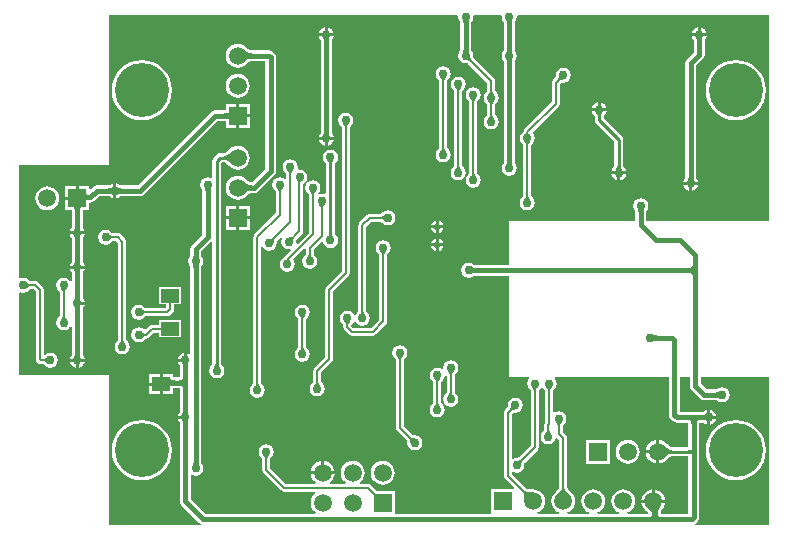
<source format=gbl>
G04*
G04 #@! TF.GenerationSoftware,Altium Limited,Altium Designer,20.1.8 (145)*
G04*
G04 Layer_Physical_Order=2*
G04 Layer_Color=16711680*
%FSLAX25Y25*%
%MOIN*%
G70*
G04*
G04 #@! TF.SameCoordinates,9FEF0589-292D-4462-8DC4-F6EDC39D71BC*
G04*
G04*
G04 #@! TF.FilePolarity,Positive*
G04*
G01*
G75*
%ADD10C,0.01000*%
%ADD14C,0.00600*%
%ADD34R,0.05906X0.05906*%
%ADD55C,0.01500*%
%ADD56C,0.05906*%
%ADD57C,0.02165*%
%ADD58C,0.18000*%
%ADD59C,0.03000*%
%ADD60R,0.06000X0.04500*%
G36*
X236993Y270865D02*
X236942Y270790D01*
X236897Y270704D01*
X236858Y270607D01*
X236825Y270500D01*
X236798Y270382D01*
X236777Y270253D01*
X236762Y270113D01*
X236750Y269801D01*
X235250D01*
X235247Y269962D01*
X235223Y270253D01*
X235202Y270382D01*
X235175Y270500D01*
X235142Y270607D01*
X235103Y270704D01*
X235058Y270790D01*
X235007Y270865D01*
X234950Y270929D01*
X237050D01*
X236993Y270865D01*
D02*
G37*
G36*
X222493D02*
X222442Y270790D01*
X222397Y270704D01*
X222358Y270607D01*
X222325Y270500D01*
X222298Y270382D01*
X222277Y270253D01*
X222262Y270113D01*
X222250Y269801D01*
X220750D01*
X220747Y269962D01*
X220723Y270253D01*
X220702Y270382D01*
X220675Y270500D01*
X220642Y270607D01*
X220603Y270704D01*
X220558Y270790D01*
X220507Y270865D01*
X220450Y270929D01*
X222550D01*
X222493Y270865D01*
D02*
G37*
G36*
X236753Y261038D02*
X236777Y260747D01*
X236798Y260618D01*
X236825Y260500D01*
X236858Y260393D01*
X236897Y260296D01*
X236942Y260210D01*
X236993Y260135D01*
X237050Y260071D01*
X234950D01*
X235007Y260135D01*
X235058Y260210D01*
X235103Y260296D01*
X235142Y260393D01*
X235175Y260500D01*
X235202Y260618D01*
X235223Y260747D01*
X235238Y260887D01*
X235250Y261199D01*
X236750D01*
X236753Y261038D01*
D02*
G37*
G36*
X222253D02*
X222277Y260747D01*
X222298Y260618D01*
X222325Y260500D01*
X222358Y260393D01*
X222397Y260296D01*
X222442Y260210D01*
X222493Y260135D01*
X222550Y260071D01*
X220450D01*
X220507Y260135D01*
X220558Y260210D01*
X220603Y260296D01*
X220642Y260393D01*
X220675Y260500D01*
X220702Y260618D01*
X220723Y260747D01*
X220738Y260887D01*
X220750Y261199D01*
X222250D01*
X222253Y261038D01*
D02*
G37*
G36*
X222260Y258928D02*
X222290Y258843D01*
X222341Y258743D01*
X222411Y258630D01*
X222502Y258504D01*
X222510Y258495D01*
X223000Y258985D01*
X223002Y258782D01*
X223030Y258414D01*
X223057Y258249D01*
X223092Y258098D01*
X223134Y257960D01*
X223186Y257834D01*
X223245Y257722D01*
X223312Y257623D01*
X223388Y257537D01*
X222964Y257112D01*
X222877Y257188D01*
X222778Y257255D01*
X222666Y257314D01*
X222540Y257365D01*
X222402Y257408D01*
X222251Y257443D01*
X222086Y257470D01*
X221909Y257488D01*
X221515Y257500D01*
X222005Y257990D01*
X221996Y257998D01*
X221870Y258088D01*
X221757Y258159D01*
X221657Y258210D01*
X221572Y258240D01*
X221499Y258250D01*
X222250Y259000D01*
X222260Y258928D01*
D02*
G37*
G36*
X236993Y257865D02*
X236942Y257790D01*
X236897Y257704D01*
X236858Y257607D01*
X236825Y257500D01*
X236798Y257382D01*
X236777Y257253D01*
X236762Y257113D01*
X236750Y256801D01*
X235250D01*
X235247Y256962D01*
X235223Y257253D01*
X235202Y257382D01*
X235175Y257500D01*
X235142Y257607D01*
X235103Y257704D01*
X235058Y257790D01*
X235007Y257865D01*
X234950Y257929D01*
X237050D01*
X236993Y257865D01*
D02*
G37*
G36*
X230308Y247255D02*
X230330Y247137D01*
X230367Y247016D01*
X230420Y246891D01*
X230487Y246763D01*
X230570Y246632D01*
X230667Y246497D01*
X230780Y246358D01*
X231050Y246071D01*
X228950D01*
X229093Y246217D01*
X229332Y246497D01*
X229430Y246632D01*
X229513Y246763D01*
X229580Y246891D01*
X229632Y247016D01*
X229670Y247137D01*
X229693Y247255D01*
X229700Y247370D01*
X230300D01*
X230308Y247255D01*
D02*
G37*
G36*
X230908Y243783D02*
X230667Y243503D01*
X230570Y243368D01*
X230487Y243237D01*
X230420Y243109D01*
X230367Y242984D01*
X230330Y242863D01*
X230308Y242745D01*
X230300Y242630D01*
X229700D01*
X229693Y242745D01*
X229670Y242863D01*
X229632Y242984D01*
X229580Y243109D01*
X229513Y243237D01*
X229430Y243368D01*
X229332Y243503D01*
X229220Y243642D01*
X228950Y243929D01*
X231050D01*
X230908Y243783D01*
D02*
G37*
G36*
X230308Y239255D02*
X230330Y239138D01*
X230367Y239016D01*
X230420Y238892D01*
X230487Y238763D01*
X230570Y238632D01*
X230667Y238497D01*
X230780Y238358D01*
X231050Y238071D01*
X228950D01*
X229093Y238216D01*
X229332Y238497D01*
X229430Y238632D01*
X229513Y238763D01*
X229580Y238892D01*
X229632Y239016D01*
X229670Y239138D01*
X229693Y239255D01*
X229700Y239370D01*
X230300D01*
X230308Y239255D01*
D02*
G37*
G36*
X143391Y222933D02*
X143089Y223231D01*
X142515Y223732D01*
X142242Y223936D01*
X141980Y224108D01*
X141728Y224249D01*
X141485Y224359D01*
X141253Y224437D01*
X141031Y224484D01*
X140818Y224500D01*
Y225500D01*
X141031Y225516D01*
X141253Y225563D01*
X141485Y225641D01*
X141728Y225751D01*
X141980Y225892D01*
X142242Y226064D01*
X142515Y226268D01*
X143089Y226769D01*
X143391Y227067D01*
Y222933D01*
D02*
G37*
G36*
X236753Y223538D02*
X236777Y223247D01*
X236798Y223118D01*
X236825Y223000D01*
X236858Y222893D01*
X236897Y222796D01*
X236942Y222710D01*
X236993Y222635D01*
X237050Y222571D01*
X234950D01*
X235007Y222635D01*
X235058Y222710D01*
X235103Y222796D01*
X235142Y222893D01*
X235175Y223000D01*
X235202Y223118D01*
X235223Y223247D01*
X235238Y223387D01*
X235250Y223699D01*
X236750D01*
X236753Y223538D01*
D02*
G37*
G36*
X322500Y204000D02*
X281638D01*
Y207023D01*
X281642Y207055D01*
X281653Y207125D01*
X281656Y207137D01*
X281656Y207137D01*
X282209Y207964D01*
X282403Y208939D01*
X282209Y209915D01*
X281656Y210742D01*
X280829Y211294D01*
X279854Y211488D01*
X278878Y211294D01*
X278052Y210742D01*
X277499Y209915D01*
X277305Y208939D01*
X277499Y207964D01*
X278052Y207137D01*
X278052Y207137D01*
X278055Y207125D01*
X278064Y207068D01*
X278070Y207001D01*
Y204000D01*
X236000D01*
Y189284D01*
X224417D01*
X224384Y189288D01*
X224314Y189299D01*
X224303Y189302D01*
X224302Y189302D01*
X223476Y189855D01*
X222500Y190049D01*
X221525Y189855D01*
X220698Y189302D01*
X220145Y188476D01*
X219951Y187500D01*
X220145Y186524D01*
X220698Y185698D01*
X221525Y185145D01*
X222500Y184951D01*
X223476Y185145D01*
X224302Y185698D01*
X224303Y185698D01*
X224314Y185701D01*
X224372Y185710D01*
X224438Y185716D01*
X236000D01*
Y152000D01*
X242573D01*
X242718Y151522D01*
X242698Y151508D01*
X242145Y150681D01*
X241951Y149705D01*
X242145Y148730D01*
X242698Y147903D01*
X242806Y147830D01*
X242952Y147676D01*
X243023Y147588D01*
X243084Y147504D01*
X243128Y147433D01*
X243157Y147378D01*
X243173Y147340D01*
X243175Y147336D01*
Y129049D01*
X239238Y125113D01*
X239235Y125111D01*
X239197Y125095D01*
X239137Y125077D01*
X239056Y125058D01*
X238966Y125044D01*
X238674Y125021D01*
X238642Y125021D01*
X238500Y125049D01*
X237525Y124855D01*
X237266Y124682D01*
X236825Y124918D01*
Y139451D01*
X237262Y139887D01*
X237265Y139889D01*
X237303Y139905D01*
X237363Y139923D01*
X237444Y139942D01*
X237534Y139956D01*
X237826Y139979D01*
X237858Y139979D01*
X238000Y139951D01*
X238976Y140145D01*
X239802Y140698D01*
X240355Y141525D01*
X240549Y142500D01*
X240355Y143475D01*
X239802Y144302D01*
X238976Y144855D01*
X238000Y145049D01*
X237024Y144855D01*
X236198Y144302D01*
X235645Y143475D01*
X235451Y142500D01*
X235476Y142372D01*
X235470Y142159D01*
X235458Y142047D01*
X235442Y141944D01*
X235423Y141863D01*
X235405Y141803D01*
X235389Y141765D01*
X235387Y141762D01*
X234563Y140937D01*
X234275Y140507D01*
X234174Y140000D01*
Y119000D01*
X234275Y118493D01*
X234563Y118063D01*
X237673Y114953D01*
X237466Y114453D01*
X230047D01*
Y106784D01*
X230047Y106547D01*
X229656Y106284D01*
X197785D01*
Y113953D01*
X191758D01*
X191736Y113971D01*
X189770Y115937D01*
X189340Y116225D01*
X188833Y116325D01*
X186358D01*
X186189Y116825D01*
X186652Y117181D01*
X187285Y118007D01*
X187684Y118968D01*
X187819Y120000D01*
X187684Y121032D01*
X187285Y121993D01*
X186652Y122819D01*
X185826Y123453D01*
X184864Y123851D01*
X183833Y123987D01*
X182801Y123851D01*
X181839Y123453D01*
X181013Y122819D01*
X180380Y121993D01*
X179982Y121032D01*
X179846Y120000D01*
X179982Y118968D01*
X180380Y118007D01*
X181013Y117181D01*
X181477Y116825D01*
X181307Y116325D01*
X176358D01*
X176189Y116825D01*
X176652Y117181D01*
X177285Y118007D01*
X177684Y118968D01*
X177754Y119500D01*
X173833D01*
X169912D01*
X169982Y118968D01*
X170380Y118007D01*
X171013Y117181D01*
X171477Y116825D01*
X171307Y116325D01*
X161549D01*
X156325Y121549D01*
Y124630D01*
X156327Y124635D01*
X156343Y124672D01*
X156372Y124727D01*
X156416Y124798D01*
X156469Y124872D01*
X156660Y125094D01*
X156682Y125117D01*
X156802Y125198D01*
X157355Y126024D01*
X157549Y127000D01*
X157355Y127975D01*
X156802Y128802D01*
X155975Y129355D01*
X155000Y129549D01*
X154025Y129355D01*
X153198Y128802D01*
X152645Y127975D01*
X152451Y127000D01*
X152645Y126024D01*
X153198Y125198D01*
X153306Y125125D01*
X153452Y124970D01*
X153523Y124883D01*
X153584Y124798D01*
X153628Y124727D01*
X153657Y124672D01*
X153673Y124635D01*
X153674Y124630D01*
Y121000D01*
X153775Y120493D01*
X154063Y120063D01*
X160063Y114063D01*
X160493Y113775D01*
X161000Y113674D01*
X171307D01*
X171477Y113174D01*
X171013Y112819D01*
X170380Y111993D01*
X169982Y111032D01*
X169846Y110000D01*
X169982Y108968D01*
X170380Y108007D01*
X171013Y107181D01*
X171530Y106784D01*
X171361Y106284D01*
X134739D01*
X129784Y111239D01*
Y119109D01*
X130225Y119345D01*
X130525Y119145D01*
X131500Y118951D01*
X132475Y119145D01*
X133302Y119698D01*
X133855Y120525D01*
X134049Y121500D01*
X133855Y122476D01*
X133302Y123302D01*
X133302Y123303D01*
X133299Y123314D01*
X133290Y123372D01*
X133284Y123438D01*
Y188583D01*
X133288Y188616D01*
X133299Y188686D01*
X133302Y188697D01*
X133302Y188698D01*
X133855Y189524D01*
X134049Y190500D01*
X133855Y191475D01*
X133302Y192302D01*
X133302Y192303D01*
X133299Y192314D01*
X133290Y192372D01*
X133284Y192438D01*
Y193761D01*
X136471Y196947D01*
X136971Y196740D01*
Y156203D01*
X136961Y156156D01*
X136947Y156110D01*
X136929Y156064D01*
X136906Y156017D01*
X136876Y155968D01*
X136839Y155915D01*
X136805Y155874D01*
X136698Y155802D01*
X136145Y154975D01*
X135951Y154000D01*
X136145Y153024D01*
X136698Y152198D01*
X137524Y151645D01*
X138500Y151451D01*
X139476Y151645D01*
X140302Y152198D01*
X140855Y153024D01*
X141049Y154000D01*
X140855Y154975D01*
X140302Y155802D01*
X140195Y155874D01*
X140161Y155915D01*
X140124Y155968D01*
X140094Y156017D01*
X140071Y156064D01*
X140053Y156110D01*
X140039Y156156D01*
X140029Y156203D01*
Y223366D01*
X140134Y223471D01*
X140896D01*
X140984Y223452D01*
X141111Y223409D01*
X141268Y223338D01*
X141451Y223236D01*
X141657Y223101D01*
X141873Y222939D01*
X142395Y222483D01*
X142615Y222266D01*
X142681Y222181D01*
X143507Y221547D01*
X144468Y221149D01*
X145500Y221013D01*
X146532Y221149D01*
X147493Y221547D01*
X148319Y222181D01*
X148953Y223007D01*
X149351Y223968D01*
X149487Y225000D01*
X149351Y226032D01*
X148953Y226993D01*
X148319Y227819D01*
X147493Y228453D01*
X146532Y228851D01*
X145500Y228987D01*
X144468Y228851D01*
X143507Y228453D01*
X142681Y227819D01*
X142615Y227734D01*
X142395Y227517D01*
X141873Y227061D01*
X141656Y226899D01*
X141451Y226764D01*
X141268Y226662D01*
X141111Y226591D01*
X140984Y226548D01*
X140896Y226529D01*
X139500D01*
X138915Y226413D01*
X138419Y226081D01*
X137419Y225081D01*
X137087Y224585D01*
X136971Y224000D01*
Y218554D01*
X136530Y218319D01*
X136476Y218355D01*
X135500Y218549D01*
X134525Y218355D01*
X133698Y217802D01*
X133145Y216975D01*
X132951Y216000D01*
X133145Y215024D01*
X133698Y214198D01*
X133698Y214197D01*
X133701Y214186D01*
X133710Y214128D01*
X133716Y214062D01*
Y199239D01*
X130238Y195762D01*
X129851Y195183D01*
X129716Y194500D01*
Y192417D01*
X129712Y192384D01*
X129701Y192314D01*
X129698Y192303D01*
X129698Y192302D01*
X129145Y191475D01*
X128951Y190500D01*
X129145Y189524D01*
X129698Y188698D01*
X129698Y188697D01*
X129701Y188686D01*
X129710Y188628D01*
X129716Y188562D01*
Y159891D01*
X129275Y159655D01*
X128975Y159855D01*
X128500Y159950D01*
Y157500D01*
X128000D01*
Y157000D01*
X125550D01*
X125645Y156525D01*
X125753Y156363D01*
X125809Y156083D01*
X126195Y155504D01*
X126216Y155483D01*
Y152056D01*
X126199Y151961D01*
X126176Y151891D01*
X126159Y151860D01*
X126151Y151849D01*
X126140Y151841D01*
X126109Y151824D01*
X126039Y151801D01*
X125944Y151784D01*
X124163D01*
X124071Y151792D01*
X124000Y151804D01*
Y152750D01*
X120500D01*
Y149500D01*
Y146250D01*
X124000D01*
Y148196D01*
X124071Y148208D01*
X124163Y148216D01*
X125944D01*
X126039Y148199D01*
X126109Y148176D01*
X126140Y148159D01*
X126151Y148151D01*
X126159Y148140D01*
X126176Y148109D01*
X126199Y148039D01*
X126216Y147944D01*
Y140417D01*
X126212Y140384D01*
X126201Y140314D01*
X126198Y140303D01*
X126198Y140302D01*
X125645Y139476D01*
X125550Y139000D01*
X128000D01*
Y138000D01*
X125550D01*
X125645Y137524D01*
X126198Y136698D01*
X126198Y136697D01*
X126201Y136686D01*
X126210Y136628D01*
X126216Y136562D01*
Y110500D01*
X126351Y109817D01*
X126738Y109238D01*
X132738Y103238D01*
X133095Y103000D01*
X132943Y102500D01*
X102500D01*
Y152500D01*
X72500D01*
Y179965D01*
X72941Y180201D01*
X73024Y180145D01*
X74000Y179951D01*
X74976Y180145D01*
X75802Y180698D01*
X75875Y180806D01*
X76030Y180952D01*
X76117Y181023D01*
X76202Y181084D01*
X76273Y181128D01*
X76328Y181157D01*
X76366Y181173D01*
X76370Y181175D01*
X77451D01*
X78175Y180451D01*
Y157852D01*
X78275Y157344D01*
X78563Y156914D01*
X78914Y156563D01*
X79344Y156275D01*
X79852Y156175D01*
X80630D01*
X80634Y156173D01*
X80672Y156157D01*
X80727Y156128D01*
X80798Y156084D01*
X80872Y156031D01*
X81094Y155840D01*
X81117Y155818D01*
X81198Y155698D01*
X82025Y155145D01*
X83000Y154951D01*
X83975Y155145D01*
X84802Y155698D01*
X85355Y156525D01*
X85549Y157500D01*
X85355Y158475D01*
X84802Y159302D01*
X83975Y159855D01*
X83000Y160049D01*
X82025Y159855D01*
X81326Y159388D01*
X80898Y159549D01*
X80826Y159609D01*
Y181000D01*
X80725Y181507D01*
X80437Y181937D01*
X78937Y183437D01*
X78507Y183725D01*
X78000Y183826D01*
X76370D01*
X76366Y183827D01*
X76328Y183843D01*
X76272Y183872D01*
X76202Y183916D01*
X76128Y183969D01*
X75906Y184160D01*
X75883Y184182D01*
X75802Y184302D01*
X74976Y184855D01*
X74000Y185049D01*
X73024Y184855D01*
X72941Y184799D01*
X72500Y185035D01*
Y222500D01*
X102500D01*
Y272500D01*
X218656D01*
X218974Y272113D01*
X218951Y272000D01*
X219145Y271024D01*
X219698Y270198D01*
X219698Y270197D01*
X219701Y270186D01*
X219710Y270128D01*
X219716Y270062D01*
Y260917D01*
X219712Y260884D01*
X219701Y260814D01*
X219698Y260803D01*
X219698Y260802D01*
X219145Y259976D01*
X218951Y259000D01*
X219145Y258025D01*
X219698Y257198D01*
X220525Y256645D01*
X221500Y256451D01*
X221628Y256476D01*
X221841Y256470D01*
X221953Y256458D01*
X222056Y256442D01*
X222137Y256423D01*
X222197Y256405D01*
X222235Y256389D01*
X222238Y256387D01*
X228675Y249951D01*
Y247370D01*
X228673Y247365D01*
X228657Y247328D01*
X228628Y247272D01*
X228584Y247202D01*
X228531Y247128D01*
X228340Y246906D01*
X228318Y246883D01*
X228198Y246802D01*
X227645Y245975D01*
X227451Y245000D01*
X227645Y244024D01*
X228198Y243198D01*
X228306Y243125D01*
X228452Y242970D01*
X228523Y242883D01*
X228584Y242798D01*
X228628Y242727D01*
X228657Y242672D01*
X228673Y242635D01*
X228675Y242631D01*
Y239370D01*
X228673Y239366D01*
X228657Y239328D01*
X228628Y239272D01*
X228584Y239202D01*
X228531Y239128D01*
X228340Y238906D01*
X228318Y238883D01*
X228198Y238802D01*
X227645Y237976D01*
X227451Y237000D01*
X227645Y236024D01*
X228198Y235198D01*
X229025Y234645D01*
X230000Y234451D01*
X230976Y234645D01*
X231802Y235198D01*
X232355Y236024D01*
X232549Y237000D01*
X232355Y237976D01*
X231802Y238802D01*
X231694Y238875D01*
X231548Y239030D01*
X231477Y239117D01*
X231416Y239202D01*
X231372Y239273D01*
X231343Y239328D01*
X231327Y239366D01*
X231326Y239370D01*
Y242631D01*
X231327Y242635D01*
X231343Y242672D01*
X231372Y242727D01*
X231416Y242798D01*
X231469Y242872D01*
X231660Y243094D01*
X231682Y243117D01*
X231802Y243198D01*
X232355Y244024D01*
X232549Y245000D01*
X232355Y245975D01*
X231802Y246802D01*
X231694Y246875D01*
X231548Y247030D01*
X231477Y247117D01*
X231416Y247202D01*
X231372Y247273D01*
X231343Y247328D01*
X231327Y247365D01*
X231326Y247370D01*
Y250500D01*
X231225Y251007D01*
X230937Y251437D01*
X224113Y258262D01*
X224111Y258265D01*
X224095Y258303D01*
X224077Y258363D01*
X224058Y258444D01*
X224044Y258534D01*
X224021Y258826D01*
X224021Y258858D01*
X224049Y259000D01*
X223855Y259976D01*
X223302Y260802D01*
X223302Y260803D01*
X223299Y260814D01*
X223290Y260872D01*
X223284Y260938D01*
Y270083D01*
X223288Y270116D01*
X223299Y270186D01*
X223302Y270197D01*
X223302Y270198D01*
X223855Y271024D01*
X224049Y272000D01*
X224026Y272113D01*
X224344Y272500D01*
X233156D01*
X233474Y272113D01*
X233451Y272000D01*
X233645Y271024D01*
X234198Y270198D01*
X234198Y270197D01*
X234201Y270186D01*
X234210Y270128D01*
X234216Y270062D01*
Y260917D01*
X234212Y260884D01*
X234201Y260814D01*
X234198Y260803D01*
X234198Y260802D01*
X233645Y259976D01*
X233451Y259000D01*
X233645Y258025D01*
X234198Y257198D01*
X234198Y257197D01*
X234201Y257186D01*
X234210Y257128D01*
X234216Y257062D01*
Y223417D01*
X234212Y223384D01*
X234201Y223314D01*
X234198Y223303D01*
X234198Y223302D01*
X233645Y222476D01*
X233451Y221500D01*
X233645Y220525D01*
X234198Y219698D01*
X235024Y219145D01*
X236000Y218951D01*
X236976Y219145D01*
X237802Y219698D01*
X238355Y220525D01*
X238549Y221500D01*
X238355Y222476D01*
X237802Y223302D01*
X237802Y223303D01*
X237799Y223314D01*
X237790Y223372D01*
X237784Y223438D01*
Y257083D01*
X237788Y257116D01*
X237799Y257186D01*
X237802Y257197D01*
X237802Y257198D01*
X238355Y258025D01*
X238549Y259000D01*
X238355Y259976D01*
X237802Y260802D01*
X237802Y260803D01*
X237799Y260814D01*
X237790Y260872D01*
X237784Y260938D01*
Y270083D01*
X237788Y270116D01*
X237799Y270186D01*
X237802Y270197D01*
X237802Y270198D01*
X238355Y271024D01*
X238549Y272000D01*
X238526Y272113D01*
X238844Y272500D01*
X322500D01*
Y204000D01*
D02*
G37*
G36*
X136493Y214865D02*
X136442Y214790D01*
X136397Y214704D01*
X136358Y214607D01*
X136325Y214500D01*
X136298Y214382D01*
X136277Y214253D01*
X136262Y214113D01*
X136250Y213801D01*
X134750D01*
X134747Y213962D01*
X134723Y214253D01*
X134702Y214382D01*
X134675Y214500D01*
X134642Y214607D01*
X134603Y214704D01*
X134558Y214790D01*
X134507Y214865D01*
X134450Y214929D01*
X136550D01*
X136493Y214865D01*
D02*
G37*
G36*
X280847Y207804D02*
X280796Y207729D01*
X280751Y207643D01*
X280712Y207546D01*
X280679Y207439D01*
X280652Y207321D01*
X280631Y207192D01*
X280616Y207052D01*
X280604Y206740D01*
X279104D01*
X279101Y206902D01*
X279077Y207192D01*
X279056Y207321D01*
X279029Y207439D01*
X278996Y207546D01*
X278957Y207643D01*
X278912Y207729D01*
X278861Y207804D01*
X278804Y207868D01*
X280904D01*
X280847Y207804D01*
D02*
G37*
G36*
X132253Y192538D02*
X132277Y192247D01*
X132298Y192118D01*
X132325Y192000D01*
X132358Y191893D01*
X132397Y191796D01*
X132442Y191710D01*
X132493Y191635D01*
X132550Y191571D01*
X130450D01*
X130507Y191635D01*
X130558Y191710D01*
X130603Y191796D01*
X130642Y191893D01*
X130675Y192000D01*
X130702Y192118D01*
X130723Y192247D01*
X130738Y192387D01*
X130750Y192699D01*
X132250D01*
X132253Y192538D01*
D02*
G37*
G36*
X132493Y189365D02*
X132442Y189290D01*
X132397Y189204D01*
X132358Y189107D01*
X132325Y189000D01*
X132298Y188882D01*
X132277Y188753D01*
X132262Y188613D01*
X132250Y188301D01*
X130750D01*
X130747Y188462D01*
X130723Y188753D01*
X130702Y188882D01*
X130675Y189000D01*
X130642Y189107D01*
X130603Y189204D01*
X130558Y189290D01*
X130507Y189365D01*
X130450Y189429D01*
X132550D01*
X132493Y189365D01*
D02*
G37*
G36*
X223635Y188493D02*
X223710Y188442D01*
X223796Y188397D01*
X223893Y188358D01*
X224000Y188325D01*
X224118Y188298D01*
X224247Y188277D01*
X224387Y188262D01*
X224699Y188250D01*
Y186750D01*
X224538Y186747D01*
X224247Y186723D01*
X224118Y186702D01*
X224000Y186675D01*
X223893Y186642D01*
X223796Y186603D01*
X223710Y186558D01*
X223635Y186507D01*
X223571Y186450D01*
Y188550D01*
X223635Y188493D01*
D02*
G37*
G36*
X298750Y187500D02*
X297250Y185250D01*
X297235Y185535D01*
X297190Y185790D01*
X297115Y186015D01*
X297010Y186210D01*
X296875Y186375D01*
X296710Y186510D01*
X296515Y186615D01*
X296290Y186690D01*
X296035Y186735D01*
X295750Y186750D01*
Y188250D01*
X296035Y188265D01*
X296290Y188310D01*
X296515Y188385D01*
X296710Y188490D01*
X296875Y188625D01*
X297010Y188790D01*
X297115Y188985D01*
X297190Y189210D01*
X297235Y189465D01*
X297250Y189750D01*
X298750Y187500D01*
D02*
G37*
G36*
X75217Y183407D02*
X75497Y183168D01*
X75632Y183070D01*
X75763Y182987D01*
X75892Y182920D01*
X76016Y182868D01*
X76138Y182830D01*
X76255Y182808D01*
X76370Y182800D01*
Y182200D01*
X76255Y182193D01*
X76138Y182170D01*
X76016Y182132D01*
X75892Y182080D01*
X75763Y182012D01*
X75632Y181930D01*
X75497Y181833D01*
X75358Y181720D01*
X75071Y181450D01*
Y183550D01*
X75217Y183407D01*
D02*
G37*
G36*
X284135Y165993D02*
X284210Y165942D01*
X284296Y165897D01*
X284393Y165858D01*
X284500Y165825D01*
X284618Y165798D01*
X284747Y165777D01*
X284887Y165762D01*
X285199Y165750D01*
Y164250D01*
X285038Y164247D01*
X284747Y164223D01*
X284618Y164202D01*
X284500Y164175D01*
X284393Y164142D01*
X284296Y164103D01*
X284210Y164058D01*
X284135Y164007D01*
X284071Y163950D01*
Y166050D01*
X284135Y165993D01*
D02*
G37*
G36*
X81929Y156450D02*
X81783Y156593D01*
X81503Y156833D01*
X81368Y156930D01*
X81237Y157012D01*
X81108Y157080D01*
X80984Y157132D01*
X80862Y157170D01*
X80745Y157193D01*
X80630Y157200D01*
Y157800D01*
X80745Y157808D01*
X80862Y157830D01*
X80984Y157868D01*
X81108Y157920D01*
X81237Y157987D01*
X81368Y158070D01*
X81503Y158168D01*
X81642Y158280D01*
X81929Y158550D01*
Y156450D01*
D02*
G37*
G36*
X128993Y156365D02*
X128942Y156290D01*
X128897Y156204D01*
X128858Y156107D01*
X128825Y156000D01*
X128798Y155882D01*
X128777Y155753D01*
X128762Y155613D01*
X128750Y155301D01*
X127250D01*
X127247Y155462D01*
X127223Y155753D01*
X127202Y155882D01*
X127175Y156000D01*
X127142Y156107D01*
X127103Y156204D01*
X127058Y156290D01*
X127007Y156365D01*
X126950Y156429D01*
X129050D01*
X128993Y156365D01*
D02*
G37*
G36*
X139005Y156175D02*
X139022Y156039D01*
X139049Y155907D01*
X139088Y155778D01*
X139137Y155651D01*
X139198Y155529D01*
X139269Y155410D01*
X139352Y155294D01*
X139445Y155181D01*
X139550Y155071D01*
X137450D01*
X137555Y155181D01*
X137648Y155294D01*
X137731Y155410D01*
X137802Y155529D01*
X137863Y155651D01*
X137912Y155778D01*
X137951Y155907D01*
X137978Y156039D01*
X137995Y156175D01*
X138000Y156314D01*
X139000D01*
X139005Y156175D01*
D02*
G37*
G36*
X122991Y151357D02*
X123037Y151230D01*
X123112Y151118D01*
X123218Y151020D01*
X123354Y150937D01*
X123520Y150870D01*
X123717Y150818D01*
X123944Y150780D01*
X124201Y150758D01*
X124488Y150750D01*
Y149250D01*
X124201Y149242D01*
X123944Y149220D01*
X123717Y149182D01*
X123520Y149130D01*
X123354Y149063D01*
X123218Y148980D01*
X123112Y148882D01*
X123037Y148770D01*
X122991Y148643D01*
X122976Y148500D01*
Y151500D01*
X122991Y151357D01*
D02*
G37*
G36*
X128750Y150000D02*
X127250Y147750D01*
X127235Y148035D01*
X127190Y148290D01*
X127115Y148515D01*
X127010Y148710D01*
X126875Y148875D01*
X126710Y149010D01*
X126515Y149115D01*
X126290Y149190D01*
X126035Y149235D01*
X125750Y149250D01*
Y150750D01*
X126035Y150765D01*
X126290Y150810D01*
X126515Y150885D01*
X126710Y150990D01*
X126875Y151125D01*
X127010Y151290D01*
X127115Y151485D01*
X127190Y151710D01*
X127235Y151965D01*
X127250Y152250D01*
X128750Y150000D01*
D02*
G37*
G36*
X245408Y148489D02*
X245167Y148209D01*
X245070Y148074D01*
X244988Y147942D01*
X244920Y147814D01*
X244867Y147689D01*
X244830Y147568D01*
X244808Y147450D01*
X244800Y147336D01*
X244200D01*
X244193Y147450D01*
X244170Y147568D01*
X244132Y147689D01*
X244080Y147814D01*
X244012Y147942D01*
X243930Y148074D01*
X243832Y148209D01*
X243720Y148347D01*
X243450Y148634D01*
X245550D01*
X245408Y148489D01*
D02*
G37*
G36*
X250234Y148457D02*
X249994Y148177D01*
X249897Y148042D01*
X249814Y147910D01*
X249746Y147782D01*
X249694Y147657D01*
X249657Y147536D01*
X249634Y147418D01*
X249626Y147304D01*
X249026D01*
X249019Y147418D01*
X248996Y147536D01*
X248959Y147657D01*
X248906Y147782D01*
X248839Y147910D01*
X248757Y148042D01*
X248659Y148177D01*
X248547Y148315D01*
X248276Y148602D01*
X250377D01*
X250234Y148457D01*
D02*
G37*
G36*
X305929Y144950D02*
X305865Y145007D01*
X305790Y145058D01*
X305704Y145103D01*
X305607Y145142D01*
X305500Y145175D01*
X305382Y145202D01*
X305253Y145223D01*
X305113Y145238D01*
X304801Y145250D01*
Y146750D01*
X304962Y146753D01*
X305253Y146777D01*
X305382Y146798D01*
X305500Y146825D01*
X305607Y146858D01*
X305704Y146897D01*
X305790Y146942D01*
X305865Y146993D01*
X305929Y147050D01*
Y144950D01*
D02*
G37*
G36*
X322500Y102500D02*
X297971D01*
X297819Y103000D01*
X298176Y103238D01*
X298762Y103824D01*
X298762Y103824D01*
X299149Y104403D01*
X299284Y105086D01*
Y127000D01*
Y136444D01*
X299301Y136539D01*
X299324Y136609D01*
X299341Y136640D01*
X299349Y136651D01*
X299360Y136659D01*
X299391Y136676D01*
X299461Y136699D01*
X299556Y136716D01*
X300583D01*
X300616Y136712D01*
X300686Y136701D01*
X300697Y136698D01*
X300698Y136698D01*
X301524Y136145D01*
X302000Y136050D01*
Y138500D01*
Y140949D01*
X301524Y140855D01*
X300698Y140302D01*
X300697Y140302D01*
X300686Y140299D01*
X300628Y140290D01*
X300562Y140284D01*
X292784D01*
Y152000D01*
X296216D01*
Y149000D01*
X296352Y148317D01*
X296738Y147738D01*
X299738Y144738D01*
X300317Y144351D01*
X301000Y144216D01*
X305083D01*
X305116Y144212D01*
X305186Y144201D01*
X305197Y144198D01*
X305198Y144198D01*
X306025Y143645D01*
X307000Y143451D01*
X307976Y143645D01*
X308802Y144198D01*
X309355Y145025D01*
X309549Y146000D01*
X309355Y146976D01*
X308802Y147802D01*
X307976Y148355D01*
X307000Y148549D01*
X306025Y148355D01*
X305198Y147802D01*
X305197Y147802D01*
X305186Y147799D01*
X305128Y147790D01*
X305062Y147784D01*
X301739D01*
X299784Y149739D01*
Y152000D01*
X322500D01*
Y102500D01*
D02*
G37*
G36*
X237985Y141000D02*
X237782Y140998D01*
X237414Y140970D01*
X237249Y140943D01*
X237098Y140908D01*
X236960Y140866D01*
X236834Y140814D01*
X236722Y140755D01*
X236623Y140688D01*
X236537Y140612D01*
X236112Y141036D01*
X236188Y141123D01*
X236255Y141222D01*
X236314Y141334D01*
X236366Y141460D01*
X236408Y141598D01*
X236443Y141749D01*
X236470Y141914D01*
X236488Y142091D01*
X236500Y142485D01*
X237985Y141000D01*
D02*
G37*
G36*
X128753Y140538D02*
X128777Y140247D01*
X128798Y140118D01*
X128825Y140000D01*
X128858Y139893D01*
X128897Y139796D01*
X128942Y139710D01*
X128993Y139635D01*
X129050Y139571D01*
X126950D01*
X127007Y139635D01*
X127058Y139710D01*
X127103Y139796D01*
X127142Y139893D01*
X127175Y140000D01*
X127202Y140118D01*
X127223Y140247D01*
X127238Y140387D01*
X127250Y140699D01*
X128750D01*
X128753Y140538D01*
D02*
G37*
G36*
X301429Y137450D02*
X301365Y137507D01*
X301290Y137558D01*
X301204Y137603D01*
X301107Y137642D01*
X301000Y137675D01*
X300882Y137702D01*
X300753Y137723D01*
X300613Y137738D01*
X300301Y137750D01*
Y139250D01*
X300462Y139253D01*
X300753Y139277D01*
X300882Y139298D01*
X301000Y139325D01*
X301107Y139358D01*
X301204Y139397D01*
X301290Y139442D01*
X301365Y139493D01*
X301429Y139550D01*
Y137450D01*
D02*
G37*
G36*
X128993Y137365D02*
X128942Y137290D01*
X128897Y137204D01*
X128858Y137107D01*
X128825Y137000D01*
X128798Y136882D01*
X128777Y136753D01*
X128762Y136613D01*
X128750Y136301D01*
X127250D01*
X127247Y136462D01*
X127223Y136753D01*
X127202Y136882D01*
X127175Y137000D01*
X127142Y137107D01*
X127103Y137204D01*
X127058Y137290D01*
X127007Y137365D01*
X126950Y137429D01*
X129050D01*
X128993Y137365D01*
D02*
G37*
G36*
X299750Y137750D02*
X299465Y137735D01*
X299210Y137690D01*
X298985Y137615D01*
X298790Y137510D01*
X298625Y137375D01*
X298490Y137210D01*
X298385Y137015D01*
X298310Y136790D01*
X298265Y136535D01*
X298250Y136250D01*
X296750D01*
X296735Y136535D01*
X296690Y136790D01*
X296615Y137015D01*
X296510Y137210D01*
X296375Y137375D01*
X296210Y137510D01*
X296015Y137615D01*
X295790Y137690D01*
X295535Y137735D01*
X295250Y137750D01*
X297500Y139250D01*
X299750Y137750D01*
D02*
G37*
G36*
X253408Y136784D02*
X253168Y136503D01*
X253070Y136368D01*
X252988Y136237D01*
X252920Y136109D01*
X252868Y135984D01*
X252830Y135863D01*
X252807Y135745D01*
X252800Y135630D01*
X252200D01*
X252192Y135745D01*
X252170Y135863D01*
X252133Y135984D01*
X252080Y136109D01*
X252012Y136237D01*
X251930Y136368D01*
X251833Y136503D01*
X251720Y136642D01*
X251450Y136929D01*
X253550D01*
X253408Y136784D01*
D02*
G37*
G36*
X249307Y134255D02*
X249330Y134137D01*
X249367Y134016D01*
X249420Y133891D01*
X249487Y133763D01*
X249570Y133632D01*
X249668Y133497D01*
X249780Y133358D01*
X250050Y133071D01*
X247950D01*
X248093Y133217D01*
X248333Y133497D01*
X248430Y133632D01*
X248513Y133763D01*
X248580Y133891D01*
X248633Y134016D01*
X248670Y134137D01*
X248692Y134255D01*
X248700Y134370D01*
X249300D01*
X249307Y134255D01*
D02*
G37*
G36*
X289216Y139379D02*
X289352Y138696D01*
X289738Y138117D01*
X290617Y137238D01*
X291196Y136852D01*
X291879Y136716D01*
X295444D01*
X295539Y136699D01*
X295609Y136676D01*
X295640Y136659D01*
X295651Y136651D01*
X295659Y136640D01*
X295676Y136609D01*
X295699Y136539D01*
X295716Y136444D01*
Y128529D01*
X290104D01*
X290016Y128548D01*
X289889Y128591D01*
X289732Y128662D01*
X289549Y128764D01*
X289343Y128899D01*
X289127Y129061D01*
X288604Y129517D01*
X288385Y129734D01*
X288319Y129819D01*
X287493Y130453D01*
X286532Y130851D01*
X286000Y130921D01*
Y127000D01*
Y123079D01*
X286532Y123149D01*
X287493Y123547D01*
X288319Y124181D01*
X288385Y124266D01*
X288605Y124483D01*
X289127Y124939D01*
X289343Y125101D01*
X289549Y125236D01*
X289732Y125338D01*
X289889Y125409D01*
X290016Y125452D01*
X290104Y125471D01*
X295716D01*
Y106284D01*
X286791D01*
X286724Y106317D01*
X286463Y106621D01*
X286437Y106715D01*
X286433Y106790D01*
X286477Y106905D01*
X286578Y107129D01*
X286699Y107359D01*
X287031Y107902D01*
X287231Y108189D01*
X287260Y108255D01*
X287453Y108507D01*
X287851Y109468D01*
X287921Y110000D01*
X280079D01*
X280149Y109468D01*
X280547Y108507D01*
X281181Y107681D01*
X281654Y107318D01*
X281714Y107252D01*
X281957Y107072D01*
X282144Y106913D01*
X282273Y106784D01*
X282267Y106697D01*
X282050Y106290D01*
X282043Y106284D01*
X275458D01*
X275359Y106784D01*
X275993Y107047D01*
X276819Y107681D01*
X277453Y108507D01*
X277851Y109468D01*
X277987Y110500D01*
X277851Y111532D01*
X277453Y112493D01*
X276819Y113319D01*
X275993Y113953D01*
X275032Y114351D01*
X274000Y114487D01*
X272968Y114351D01*
X272007Y113953D01*
X271181Y113319D01*
X270547Y112493D01*
X270149Y111532D01*
X270013Y110500D01*
X270149Y109468D01*
X270547Y108507D01*
X271181Y107681D01*
X272007Y107047D01*
X272641Y106784D01*
X272542Y106284D01*
X265458D01*
X265358Y106784D01*
X265993Y107047D01*
X266819Y107681D01*
X267453Y108507D01*
X267851Y109468D01*
X267987Y110500D01*
X267851Y111532D01*
X267453Y112493D01*
X266819Y113319D01*
X265993Y113953D01*
X265032Y114351D01*
X264000Y114487D01*
X262968Y114351D01*
X262007Y113953D01*
X261181Y113319D01*
X260547Y112493D01*
X260149Y111532D01*
X260013Y110500D01*
X260149Y109468D01*
X260547Y108507D01*
X261181Y107681D01*
X262007Y107047D01*
X262642Y106784D01*
X262542Y106284D01*
X255458D01*
X255359Y106784D01*
X255993Y107047D01*
X256819Y107681D01*
X257453Y108507D01*
X257851Y109468D01*
X257987Y110500D01*
X257851Y111532D01*
X257453Y112493D01*
X256819Y113319D01*
X256732Y113386D01*
X256465Y113655D01*
X256194Y113944D01*
X255740Y114484D01*
X255587Y114697D01*
X255466Y114888D01*
X255384Y115042D01*
X255339Y115152D01*
X255326Y115204D01*
Y131500D01*
X255225Y132007D01*
X254937Y132437D01*
X253825Y133549D01*
Y135631D01*
X253827Y135635D01*
X253843Y135672D01*
X253872Y135728D01*
X253916Y135798D01*
X253969Y135872D01*
X254160Y136094D01*
X254182Y136117D01*
X254302Y136198D01*
X254855Y137024D01*
X255049Y138000D01*
X254855Y138976D01*
X254302Y139802D01*
X253475Y140355D01*
X252500Y140549D01*
X251524Y140355D01*
X251152Y140106D01*
X250652Y140373D01*
Y147304D01*
X250653Y147308D01*
X250669Y147346D01*
X250698Y147401D01*
X250743Y147472D01*
X250796Y147546D01*
X250986Y147768D01*
X251009Y147791D01*
X251129Y147871D01*
X251681Y148698D01*
X251875Y149673D01*
X251681Y150649D01*
X251129Y151476D01*
X251061Y151522D01*
X251206Y152000D01*
X289216D01*
Y139379D01*
D02*
G37*
G36*
X296970Y126469D02*
X296949Y126475D01*
X296899Y126480D01*
X296711Y126489D01*
X295441Y126500D01*
Y127500D01*
X296970Y127531D01*
Y126469D01*
D02*
G37*
G36*
X287911Y128769D02*
X288485Y128268D01*
X288758Y128064D01*
X289020Y127892D01*
X289272Y127751D01*
X289515Y127641D01*
X289747Y127563D01*
X289969Y127516D01*
X290182Y127500D01*
Y126500D01*
X289969Y126484D01*
X289747Y126437D01*
X289515Y126359D01*
X289272Y126249D01*
X289020Y126108D01*
X288758Y125936D01*
X288485Y125732D01*
X287911Y125231D01*
X287609Y124933D01*
Y129067D01*
X287911Y128769D01*
D02*
G37*
G36*
X155907Y125784D02*
X155667Y125503D01*
X155570Y125368D01*
X155488Y125237D01*
X155420Y125109D01*
X155368Y124984D01*
X155330Y124863D01*
X155307Y124745D01*
X155300Y124630D01*
X154700D01*
X154692Y124745D01*
X154670Y124863D01*
X154632Y124984D01*
X154580Y125109D01*
X154513Y125237D01*
X154430Y125368D01*
X154332Y125503D01*
X154220Y125642D01*
X153950Y125929D01*
X156050D01*
X155907Y125784D01*
D02*
G37*
G36*
X132253Y123538D02*
X132277Y123247D01*
X132298Y123118D01*
X132325Y123000D01*
X132358Y122893D01*
X132397Y122796D01*
X132442Y122710D01*
X132493Y122635D01*
X132550Y122571D01*
X130450D01*
X130507Y122635D01*
X130558Y122710D01*
X130603Y122796D01*
X130642Y122893D01*
X130675Y123000D01*
X130702Y123118D01*
X130723Y123247D01*
X130738Y123387D01*
X130750Y123699D01*
X132250D01*
X132253Y123538D01*
D02*
G37*
G36*
X240388Y123963D02*
X240312Y123877D01*
X240245Y123778D01*
X240186Y123666D01*
X240135Y123540D01*
X240092Y123402D01*
X240057Y123251D01*
X240030Y123086D01*
X240012Y122909D01*
X240000Y122515D01*
X238515Y124000D01*
X238719Y124002D01*
X239086Y124030D01*
X239251Y124057D01*
X239402Y124092D01*
X239541Y124135D01*
X239666Y124186D01*
X239778Y124245D01*
X239877Y124312D01*
X239964Y124388D01*
X240388Y123963D01*
D02*
G37*
G36*
X247524Y147871D02*
X247633Y147799D01*
X247778Y147644D01*
X247849Y147556D01*
X247910Y147472D01*
X247955Y147401D01*
X247984Y147346D01*
X248000Y147308D01*
X248001Y147304D01*
Y136845D01*
X247775Y136507D01*
X247674Y136000D01*
Y134370D01*
X247673Y134365D01*
X247657Y134328D01*
X247628Y134273D01*
X247584Y134202D01*
X247531Y134128D01*
X247340Y133906D01*
X247318Y133883D01*
X247198Y133802D01*
X246645Y132975D01*
X246451Y132000D01*
X246645Y131025D01*
X247198Y130198D01*
X248025Y129645D01*
X249000Y129451D01*
X249975Y129645D01*
X250802Y130198D01*
X251355Y131025D01*
X251444Y131474D01*
X251987Y131639D01*
X252675Y130951D01*
Y115204D01*
X252661Y115152D01*
X252616Y115042D01*
X252534Y114888D01*
X252414Y114697D01*
X252265Y114492D01*
X251523Y113642D01*
X251269Y113386D01*
X251181Y113319D01*
X250547Y112493D01*
X250149Y111532D01*
X250013Y110500D01*
X250149Y109468D01*
X250547Y108507D01*
X251181Y107681D01*
X252007Y107047D01*
X252642Y106784D01*
X252542Y106284D01*
X245458D01*
X245358Y106784D01*
X245993Y107047D01*
X246819Y107681D01*
X247453Y108507D01*
X247851Y109468D01*
X247987Y110500D01*
X247851Y111532D01*
X247453Y112493D01*
X246819Y113319D01*
X245993Y113953D01*
X245032Y114351D01*
X244000Y114487D01*
X243891Y114472D01*
X243512Y114474D01*
X243116Y114486D01*
X242414Y114548D01*
X242154Y114589D01*
X241934Y114639D01*
X241767Y114690D01*
X241658Y114736D01*
X241611Y114764D01*
X236825Y119549D01*
Y120082D01*
X237266Y120317D01*
X237525Y120145D01*
X238500Y119951D01*
X239475Y120145D01*
X240302Y120698D01*
X240855Y121525D01*
X241049Y122500D01*
X241023Y122628D01*
X241030Y122841D01*
X241042Y122953D01*
X241058Y123056D01*
X241077Y123137D01*
X241095Y123197D01*
X241111Y123235D01*
X241113Y123238D01*
X245437Y127563D01*
X245725Y127993D01*
X245826Y128500D01*
Y147336D01*
X245827Y147340D01*
X245843Y147378D01*
X245872Y147433D01*
X245916Y147504D01*
X245969Y147578D01*
X246160Y147800D01*
X246182Y147823D01*
X246302Y147903D01*
X246602Y148351D01*
X247203D01*
X247524Y147871D01*
D02*
G37*
G36*
X254318Y115027D02*
X254371Y114827D01*
X254459Y114610D01*
X254583Y114376D01*
X254742Y114125D01*
X254936Y113856D01*
X255431Y113267D01*
X255731Y112946D01*
X256067Y112609D01*
X251933D01*
X252269Y112946D01*
X253064Y113856D01*
X253258Y114125D01*
X253417Y114376D01*
X253541Y114610D01*
X253629Y114827D01*
X253682Y115027D01*
X253700Y115209D01*
X254300D01*
X254318Y115027D01*
D02*
G37*
G36*
X191016Y113245D02*
X191238Y113056D01*
X191336Y112987D01*
X191425Y112935D01*
X191506Y112900D01*
X191577Y112881D01*
X191640Y112880D01*
X191695Y112896D01*
X191740Y112929D01*
X190904Y112092D01*
X190937Y112138D01*
X190952Y112192D01*
X190951Y112255D01*
X190933Y112327D01*
X190898Y112407D01*
X190846Y112497D01*
X190777Y112595D01*
X190691Y112701D01*
X190468Y112941D01*
X190892Y113365D01*
X191016Y113245D01*
D02*
G37*
G36*
X241024Y113926D02*
X241202Y113822D01*
X241418Y113731D01*
X241671Y113653D01*
X241961Y113588D01*
X242289Y113535D01*
X243055Y113468D01*
X243494Y113454D01*
X243970Y113453D01*
X241047Y110529D01*
X241046Y111006D01*
X240965Y112211D01*
X240912Y112539D01*
X240847Y112829D01*
X240769Y113082D01*
X240678Y113298D01*
X240574Y113476D01*
X240458Y113618D01*
X240882Y114042D01*
X241024Y113926D01*
D02*
G37*
G36*
X286177Y108459D02*
X285811Y107861D01*
X285662Y107576D01*
X285536Y107300D01*
X285433Y107032D01*
X285353Y106774D01*
X285296Y106525D01*
X285277Y106395D01*
X285310Y106210D01*
X285385Y105985D01*
X285490Y105790D01*
X285625Y105625D01*
X285790Y105490D01*
X285985Y105385D01*
X286210Y105310D01*
X286465Y105265D01*
X286750Y105250D01*
X284500Y103750D01*
X282250Y105250D01*
X282535Y105265D01*
X282790Y105310D01*
X283015Y105385D01*
X283210Y105490D01*
X283375Y105625D01*
X283510Y105790D01*
X283615Y105985D01*
X283690Y106210D01*
X283699Y106259D01*
X283693Y106292D01*
X283621Y106536D01*
X283521Y106774D01*
X283393Y107006D01*
X283235Y107231D01*
X283049Y107450D01*
X282835Y107664D01*
X282592Y107871D01*
X282320Y108072D01*
X286394Y108772D01*
X286177Y108459D01*
D02*
G37*
%LPC*%
G36*
X299830Y268449D02*
Y266500D01*
X301780D01*
X301685Y266975D01*
X301133Y267802D01*
X300306Y268355D01*
X299830Y268449D01*
D02*
G37*
G36*
X298830D02*
X298355Y268355D01*
X297528Y267802D01*
X296975Y266975D01*
X296881Y266500D01*
X298830D01*
Y268449D01*
D02*
G37*
G36*
X175500D02*
Y266500D01*
X177450D01*
X177355Y266975D01*
X176802Y267802D01*
X175976Y268355D01*
X175500Y268449D01*
D02*
G37*
G36*
X174500D02*
X174024Y268355D01*
X173198Y267802D01*
X172645Y266975D01*
X172550Y266500D01*
X174500D01*
Y268449D01*
D02*
G37*
G36*
X254000Y255049D02*
X253025Y254855D01*
X252198Y254302D01*
X251645Y253475D01*
X251451Y252500D01*
X251477Y252372D01*
X251470Y252159D01*
X251458Y252047D01*
X251442Y251944D01*
X251423Y251863D01*
X251405Y251803D01*
X251389Y251765D01*
X251387Y251762D01*
X250563Y250937D01*
X250275Y250507D01*
X250174Y250000D01*
Y243549D01*
X241063Y234437D01*
X240775Y234007D01*
X240702Y233640D01*
X240198Y233302D01*
X239645Y232475D01*
X239451Y231500D01*
X239645Y230524D01*
X240198Y229698D01*
X240306Y229625D01*
X240452Y229470D01*
X240523Y229383D01*
X240584Y229298D01*
X240628Y229227D01*
X240657Y229172D01*
X240673Y229134D01*
X240674Y229131D01*
Y212369D01*
X240673Y212366D01*
X240657Y212328D01*
X240628Y212273D01*
X240584Y212202D01*
X240531Y212128D01*
X240340Y211906D01*
X240318Y211883D01*
X240198Y211802D01*
X239645Y210976D01*
X239451Y210000D01*
X239645Y209025D01*
X240198Y208198D01*
X241024Y207645D01*
X242000Y207451D01*
X242975Y207645D01*
X243802Y208198D01*
X244355Y209025D01*
X244549Y210000D01*
X244355Y210976D01*
X243802Y211802D01*
X243694Y211875D01*
X243548Y212030D01*
X243477Y212117D01*
X243416Y212202D01*
X243372Y212273D01*
X243343Y212328D01*
X243327Y212366D01*
X243325Y212369D01*
Y229131D01*
X243327Y229134D01*
X243343Y229172D01*
X243372Y229227D01*
X243416Y229298D01*
X243469Y229372D01*
X243660Y229594D01*
X243682Y229617D01*
X243802Y229698D01*
X244355Y230524D01*
X244549Y231500D01*
X244355Y232475D01*
X243802Y233302D01*
X243791Y233417D01*
X252437Y242063D01*
X252725Y242493D01*
X252825Y243000D01*
Y249451D01*
X253262Y249887D01*
X253266Y249889D01*
X253303Y249905D01*
X253363Y249923D01*
X253444Y249942D01*
X253534Y249956D01*
X253826Y249979D01*
X253858Y249979D01*
X254000Y249951D01*
X254976Y250145D01*
X255802Y250698D01*
X256355Y251524D01*
X256549Y252500D01*
X256355Y253475D01*
X255802Y254302D01*
X254976Y254855D01*
X254000Y255049D01*
D02*
G37*
G36*
X145500Y252987D02*
X144468Y252851D01*
X143507Y252453D01*
X142681Y251819D01*
X142047Y250993D01*
X141649Y250032D01*
X141513Y249000D01*
X141649Y247968D01*
X142047Y247007D01*
X142681Y246181D01*
X143507Y245547D01*
X144468Y245149D01*
X145500Y245013D01*
X146532Y245149D01*
X147493Y245547D01*
X148319Y246181D01*
X148953Y247007D01*
X149351Y247968D01*
X149487Y249000D01*
X149351Y250032D01*
X148953Y250993D01*
X148319Y251819D01*
X147493Y252453D01*
X146532Y252851D01*
X145500Y252987D01*
D02*
G37*
G36*
X266500Y243449D02*
Y241500D01*
X268449D01*
X268355Y241975D01*
X267802Y242802D01*
X266975Y243355D01*
X266500Y243449D01*
D02*
G37*
G36*
X265500D02*
X265024Y243355D01*
X264198Y242802D01*
X263645Y241975D01*
X263550Y241500D01*
X265500D01*
Y243449D01*
D02*
G37*
G36*
X145000Y242953D02*
X141547D01*
Y240804D01*
X141476Y240792D01*
X141384Y240784D01*
X138000D01*
X138000Y240784D01*
X137317Y240649D01*
X136738Y240262D01*
X112261Y215784D01*
X106417D01*
X106384Y215788D01*
X106314Y215799D01*
X106303Y215802D01*
X106302Y215802D01*
X105475Y216355D01*
X105000Y216449D01*
Y214000D01*
Y211550D01*
X105475Y211645D01*
X106302Y212198D01*
X106303Y212198D01*
X106314Y212201D01*
X106372Y212210D01*
X106438Y212216D01*
X113000D01*
X113683Y212351D01*
X114262Y212738D01*
X138739Y237216D01*
X141384D01*
X141476Y237208D01*
X141547Y237196D01*
Y235047D01*
X145000D01*
Y239000D01*
Y242953D01*
D02*
G37*
G36*
X149453D02*
X146000D01*
Y239500D01*
X149453D01*
Y242953D01*
D02*
G37*
G36*
X311500Y257548D02*
X309540Y257355D01*
X307655Y256784D01*
X305917Y255855D01*
X304395Y254605D01*
X303145Y253083D01*
X302217Y251345D01*
X301645Y249460D01*
X301452Y247500D01*
X301645Y245540D01*
X302217Y243655D01*
X303145Y241917D01*
X304395Y240395D01*
X305917Y239145D01*
X307655Y238216D01*
X309540Y237645D01*
X311500Y237452D01*
X313460Y237645D01*
X315345Y238216D01*
X317083Y239145D01*
X318605Y240395D01*
X319855Y241917D01*
X320783Y243655D01*
X321355Y245540D01*
X321548Y247500D01*
X321355Y249460D01*
X320783Y251345D01*
X319855Y253083D01*
X318605Y254605D01*
X317083Y255855D01*
X315345Y256784D01*
X313460Y257355D01*
X311500Y257548D01*
D02*
G37*
G36*
X113500D02*
X111540Y257355D01*
X109655Y256784D01*
X107917Y255855D01*
X106395Y254605D01*
X105145Y253083D01*
X104217Y251345D01*
X103645Y249460D01*
X103452Y247500D01*
X103645Y245540D01*
X104217Y243655D01*
X105145Y241917D01*
X106395Y240395D01*
X107917Y239145D01*
X109655Y238216D01*
X111540Y237645D01*
X113500Y237452D01*
X115460Y237645D01*
X117345Y238216D01*
X119083Y239145D01*
X120605Y240395D01*
X121855Y241917D01*
X122784Y243655D01*
X123355Y245540D01*
X123548Y247500D01*
X123355Y249460D01*
X122784Y251345D01*
X121855Y253083D01*
X120605Y254605D01*
X119083Y255855D01*
X117345Y256784D01*
X115460Y257355D01*
X113500Y257548D01*
D02*
G37*
G36*
X149453Y238500D02*
X146000D01*
Y235047D01*
X149453D01*
Y238500D01*
D02*
G37*
G36*
X177450Y265500D02*
X172550D01*
X172645Y265024D01*
X173198Y264198D01*
X173198Y264197D01*
X173201Y264186D01*
X173210Y264128D01*
X173216Y264062D01*
Y233417D01*
X173212Y233384D01*
X173201Y233314D01*
X173198Y233303D01*
X173198Y233302D01*
X172645Y232475D01*
X172550Y232000D01*
X177450D01*
X177355Y232475D01*
X176802Y233302D01*
X176802Y233303D01*
X176799Y233314D01*
X176790Y233372D01*
X176784Y233438D01*
Y264083D01*
X176788Y264116D01*
X176799Y264186D01*
X176802Y264197D01*
X176802Y264198D01*
X177355Y265024D01*
X177450Y265500D01*
D02*
G37*
G36*
Y231000D02*
X175500D01*
Y229050D01*
X175976Y229145D01*
X176802Y229698D01*
X177355Y230524D01*
X177450Y231000D01*
D02*
G37*
G36*
X174500D02*
X172550D01*
X172645Y230524D01*
X173198Y229698D01*
X174024Y229145D01*
X174500Y229050D01*
Y231000D01*
D02*
G37*
G36*
X214000Y255549D02*
X213024Y255355D01*
X212198Y254802D01*
X211645Y253976D01*
X211451Y253000D01*
X211645Y252025D01*
X212198Y251198D01*
X212306Y251125D01*
X212452Y250970D01*
X212523Y250883D01*
X212584Y250798D01*
X212628Y250727D01*
X212657Y250672D01*
X212673Y250635D01*
X212674Y250630D01*
Y228369D01*
X212673Y228365D01*
X212657Y228328D01*
X212628Y228273D01*
X212584Y228202D01*
X212531Y228128D01*
X212340Y227906D01*
X212318Y227883D01*
X212198Y227802D01*
X211645Y226975D01*
X211451Y226000D01*
X211645Y225025D01*
X212198Y224198D01*
X213024Y223645D01*
X214000Y223451D01*
X214976Y223645D01*
X215802Y224198D01*
X216355Y225025D01*
X216549Y226000D01*
X216355Y226975D01*
X215802Y227802D01*
X215694Y227875D01*
X215548Y228030D01*
X215477Y228117D01*
X215416Y228202D01*
X215372Y228273D01*
X215343Y228328D01*
X215327Y228365D01*
X215325Y228369D01*
Y250630D01*
X215327Y250635D01*
X215343Y250672D01*
X215372Y250728D01*
X215416Y250798D01*
X215469Y250872D01*
X215660Y251094D01*
X215682Y251117D01*
X215802Y251198D01*
X216355Y252025D01*
X216549Y253000D01*
X216355Y253976D01*
X215802Y254802D01*
X214976Y255355D01*
X214000Y255549D01*
D02*
G37*
G36*
X268449Y240500D02*
X263550D01*
X263645Y240024D01*
X264198Y239198D01*
X264305Y239126D01*
X264339Y239085D01*
X264376Y239032D01*
X264406Y238983D01*
X264429Y238936D01*
X264447Y238890D01*
X264461Y238844D01*
X264471Y238797D01*
Y237500D01*
X264587Y236915D01*
X264919Y236419D01*
X270971Y230366D01*
Y222203D01*
X270961Y222156D01*
X270947Y222110D01*
X270929Y222064D01*
X270906Y222017D01*
X270876Y221968D01*
X270839Y221915D01*
X270805Y221874D01*
X270698Y221802D01*
X270145Y220975D01*
X270051Y220500D01*
X274950D01*
X274855Y220975D01*
X274302Y221802D01*
X274195Y221874D01*
X274161Y221915D01*
X274124Y221968D01*
X274094Y222017D01*
X274071Y222064D01*
X274053Y222110D01*
X274039Y222156D01*
X274029Y222203D01*
Y231000D01*
X273913Y231585D01*
X273581Y232081D01*
X267529Y238134D01*
Y238797D01*
X267539Y238844D01*
X267553Y238890D01*
X267571Y238936D01*
X267594Y238983D01*
X267624Y239032D01*
X267661Y239085D01*
X267695Y239126D01*
X267802Y239198D01*
X268355Y240024D01*
X268449Y240500D01*
D02*
G37*
G36*
X274950Y219500D02*
X273000D01*
Y217550D01*
X273476Y217645D01*
X274302Y218198D01*
X274855Y219024D01*
X274950Y219500D01*
D02*
G37*
G36*
X272000D02*
X270051D01*
X270145Y219024D01*
X270698Y218198D01*
X271525Y217645D01*
X272000Y217550D01*
Y219500D01*
D02*
G37*
G36*
X219000Y252049D02*
X218024Y251855D01*
X217198Y251302D01*
X216645Y250476D01*
X216451Y249500D01*
X216645Y248524D01*
X217198Y247698D01*
X217306Y247625D01*
X217452Y247470D01*
X217523Y247383D01*
X217584Y247298D01*
X217628Y247227D01*
X217657Y247172D01*
X217673Y247134D01*
X217674Y247130D01*
Y222370D01*
X217673Y222365D01*
X217657Y222328D01*
X217628Y222272D01*
X217584Y222202D01*
X217531Y222128D01*
X217340Y221906D01*
X217318Y221883D01*
X217198Y221802D01*
X216645Y220975D01*
X216451Y220000D01*
X216645Y219024D01*
X217198Y218198D01*
X218024Y217645D01*
X219000Y217451D01*
X219975Y217645D01*
X220802Y218198D01*
X221355Y219024D01*
X221549Y220000D01*
X221355Y220975D01*
X220802Y221802D01*
X220694Y221875D01*
X220548Y222030D01*
X220477Y222117D01*
X220416Y222202D01*
X220372Y222273D01*
X220343Y222328D01*
X220327Y222365D01*
X220325Y222370D01*
Y247130D01*
X220327Y247134D01*
X220343Y247172D01*
X220372Y247228D01*
X220416Y247298D01*
X220469Y247372D01*
X220660Y247594D01*
X220682Y247617D01*
X220802Y247698D01*
X221355Y248524D01*
X221549Y249500D01*
X221355Y250476D01*
X220802Y251302D01*
X219975Y251855D01*
X219000Y252049D01*
D02*
G37*
G36*
X301780Y265500D02*
X296881D01*
X296975Y265024D01*
X297528Y264198D01*
X297529Y264197D01*
X297531Y264186D01*
X297541Y264128D01*
X297546Y264062D01*
Y260069D01*
X295238Y257762D01*
X294851Y257183D01*
X294716Y256500D01*
Y218417D01*
X294712Y218384D01*
X294701Y218314D01*
X294698Y218303D01*
X294698Y218302D01*
X294145Y217476D01*
X294051Y217000D01*
X298950D01*
X298855Y217476D01*
X298302Y218302D01*
X298302Y218303D01*
X298299Y218314D01*
X298290Y218372D01*
X298284Y218438D01*
Y255761D01*
X300592Y258069D01*
X300979Y258648D01*
X301115Y259330D01*
Y264083D01*
X301118Y264116D01*
X301130Y264186D01*
X301132Y264197D01*
X301133Y264198D01*
X301685Y265024D01*
X301780Y265500D01*
D02*
G37*
G36*
X145500Y262987D02*
X144468Y262851D01*
X143507Y262453D01*
X142681Y261819D01*
X142047Y260993D01*
X141649Y260032D01*
X141513Y259000D01*
X141649Y257968D01*
X142047Y257007D01*
X142681Y256181D01*
X143507Y255547D01*
X144468Y255149D01*
X145500Y255013D01*
X146532Y255149D01*
X147493Y255547D01*
X148319Y256181D01*
X148382Y256263D01*
X148557Y256433D01*
X148771Y256620D01*
X148975Y256778D01*
X149171Y256910D01*
X149356Y257016D01*
X149530Y257098D01*
X149693Y257158D01*
X149845Y257199D01*
X149953Y257216D01*
X154716D01*
Y221239D01*
X150261Y216784D01*
X149953D01*
X149845Y216801D01*
X149693Y216842D01*
X149530Y216902D01*
X149356Y216984D01*
X149171Y217090D01*
X148975Y217222D01*
X148771Y217380D01*
X148557Y217567D01*
X148382Y217737D01*
X148319Y217819D01*
X147493Y218453D01*
X146532Y218851D01*
X145500Y218987D01*
X144468Y218851D01*
X143507Y218453D01*
X142681Y217819D01*
X142047Y216993D01*
X141649Y216032D01*
X141513Y215000D01*
X141649Y213968D01*
X142047Y213007D01*
X142681Y212181D01*
X143507Y211547D01*
X144468Y211149D01*
X145500Y211013D01*
X146532Y211149D01*
X147493Y211547D01*
X148319Y212181D01*
X148382Y212263D01*
X148557Y212433D01*
X148771Y212619D01*
X148975Y212778D01*
X149171Y212910D01*
X149356Y213016D01*
X149530Y213098D01*
X149693Y213158D01*
X149845Y213199D01*
X149953Y213216D01*
X151000D01*
X151683Y213351D01*
X152262Y213738D01*
X157762Y219238D01*
X157762Y219238D01*
X158149Y219817D01*
X158284Y220500D01*
Y258414D01*
X158149Y259097D01*
X157762Y259676D01*
X157762Y259676D01*
X157176Y260262D01*
X156597Y260648D01*
X155914Y260784D01*
X149953D01*
X149845Y260801D01*
X149693Y260842D01*
X149530Y260902D01*
X149356Y260984D01*
X149171Y261090D01*
X148975Y261222D01*
X148771Y261380D01*
X148557Y261567D01*
X148382Y261737D01*
X148319Y261819D01*
X147493Y262453D01*
X146532Y262851D01*
X145500Y262987D01*
D02*
G37*
G36*
X104000Y216449D02*
X103524Y216355D01*
X102698Y215802D01*
X102697Y215802D01*
X102686Y215799D01*
X102628Y215790D01*
X102562Y215784D01*
X98500D01*
X98500Y215784D01*
X97817Y215649D01*
X97238Y215262D01*
X97238Y215262D01*
X96415Y214438D01*
X95953Y214629D01*
Y215453D01*
X92500D01*
Y211500D01*
X92000D01*
Y211000D01*
X88047D01*
Y207547D01*
X90195D01*
X90208Y207470D01*
X90216Y207381D01*
Y201917D01*
X90212Y201884D01*
X90201Y201814D01*
X90198Y201803D01*
X90198Y201802D01*
X89645Y200975D01*
X89551Y200500D01*
X94450D01*
X94355Y200975D01*
X93802Y201802D01*
X93802Y201803D01*
X93799Y201814D01*
X93790Y201872D01*
X93784Y201938D01*
Y207381D01*
X93792Y207470D01*
X93805Y207547D01*
X95953D01*
Y210036D01*
X95995Y210040D01*
X96324D01*
X97007Y210176D01*
X97586Y210562D01*
X99239Y212216D01*
X102583D01*
X102616Y212212D01*
X102686Y212201D01*
X102697Y212198D01*
X102698Y212198D01*
X103524Y211645D01*
X104000Y211550D01*
Y214000D01*
Y216449D01*
D02*
G37*
G36*
X224000Y248549D02*
X223025Y248355D01*
X222198Y247802D01*
X221645Y246975D01*
X221451Y246000D01*
X221645Y245024D01*
X222198Y244198D01*
X222306Y244125D01*
X222452Y243970D01*
X222523Y243883D01*
X222584Y243798D01*
X222628Y243727D01*
X222657Y243672D01*
X222673Y243635D01*
X222674Y243631D01*
Y219869D01*
X222673Y219865D01*
X222657Y219828D01*
X222628Y219773D01*
X222584Y219702D01*
X222531Y219628D01*
X222340Y219406D01*
X222318Y219383D01*
X222198Y219302D01*
X221645Y218476D01*
X221451Y217500D01*
X221645Y216525D01*
X222198Y215698D01*
X223025Y215145D01*
X224000Y214951D01*
X224975Y215145D01*
X225802Y215698D01*
X226355Y216525D01*
X226549Y217500D01*
X226355Y218476D01*
X225802Y219302D01*
X225694Y219375D01*
X225548Y219530D01*
X225477Y219617D01*
X225416Y219702D01*
X225372Y219773D01*
X225343Y219828D01*
X225327Y219865D01*
X225325Y219869D01*
Y243631D01*
X225327Y243635D01*
X225343Y243672D01*
X225372Y243727D01*
X225416Y243798D01*
X225469Y243872D01*
X225660Y244094D01*
X225682Y244117D01*
X225802Y244198D01*
X226355Y245024D01*
X226549Y246000D01*
X226355Y246975D01*
X225802Y247802D01*
X224975Y248355D01*
X224000Y248549D01*
D02*
G37*
G36*
X298950Y216000D02*
X297000D01*
Y214051D01*
X297476Y214145D01*
X298302Y214698D01*
X298855Y215525D01*
X298950Y216000D01*
D02*
G37*
G36*
X296000D02*
X294051D01*
X294145Y215525D01*
X294698Y214698D01*
X295525Y214145D01*
X296000Y214051D01*
Y216000D01*
D02*
G37*
G36*
X176396Y227653D02*
X175420Y227459D01*
X174593Y226907D01*
X174041Y226080D01*
X173847Y225104D01*
X174041Y224129D01*
X174593Y223302D01*
X174701Y223230D01*
X174735Y223189D01*
X174772Y223137D01*
X174802Y223087D01*
X174825Y223040D01*
X174843Y222994D01*
X174857Y222948D01*
X174866Y222902D01*
Y213149D01*
X174366Y212877D01*
X173500Y213049D01*
X172662Y212882D01*
X172380Y213314D01*
X172855Y214024D01*
X173049Y215000D01*
X172855Y215975D01*
X172302Y216802D01*
X171476Y217355D01*
X170500Y217549D01*
X169525Y217355D01*
X168698Y216802D01*
X168145Y215975D01*
X167951Y215000D01*
X168145Y214024D01*
X168698Y213198D01*
X168806Y213125D01*
X168952Y212970D01*
X169023Y212883D01*
X169084Y212798D01*
X169128Y212727D01*
X169157Y212672D01*
X169173Y212634D01*
X169175Y212631D01*
Y200049D01*
X165418Y196293D01*
X164957Y196539D01*
X165049Y197000D01*
X165024Y197128D01*
X165030Y197341D01*
X165042Y197453D01*
X165058Y197556D01*
X165077Y197637D01*
X165095Y197697D01*
X165111Y197734D01*
X165113Y197738D01*
X166937Y199563D01*
X167225Y199993D01*
X167325Y200500D01*
Y216246D01*
X168001Y216698D01*
X168553Y217525D01*
X168747Y218500D01*
X168553Y219476D01*
X168001Y220302D01*
X167174Y220855D01*
X166199Y221049D01*
X165856Y220981D01*
X165431Y221406D01*
X165549Y222000D01*
X165355Y222975D01*
X164802Y223802D01*
X163976Y224355D01*
X163000Y224549D01*
X162024Y224355D01*
X161198Y223802D01*
X160645Y222975D01*
X160451Y222000D01*
X160645Y221024D01*
X161198Y220198D01*
X161306Y220125D01*
X161452Y219970D01*
X161523Y219883D01*
X161584Y219798D01*
X161628Y219727D01*
X161657Y219672D01*
X161673Y219635D01*
X161674Y219631D01*
Y218077D01*
X161174Y217888D01*
X160476Y218355D01*
X159500Y218549D01*
X158525Y218355D01*
X157698Y217802D01*
X157145Y216975D01*
X156951Y216000D01*
X157145Y215024D01*
X157698Y214198D01*
X157806Y214125D01*
X157952Y213970D01*
X158023Y213883D01*
X158084Y213798D01*
X158128Y213727D01*
X158157Y213672D01*
X158173Y213634D01*
X158175Y213631D01*
Y206549D01*
X151063Y199437D01*
X150775Y199007D01*
X150674Y198500D01*
Y149870D01*
X150673Y149865D01*
X150657Y149828D01*
X150628Y149773D01*
X150584Y149702D01*
X150531Y149628D01*
X150340Y149406D01*
X150318Y149383D01*
X150198Y149302D01*
X149645Y148476D01*
X149451Y147500D01*
X149645Y146525D01*
X150198Y145698D01*
X151024Y145145D01*
X152000Y144951D01*
X152975Y145145D01*
X153802Y145698D01*
X154355Y146525D01*
X154549Y147500D01*
X154355Y148476D01*
X153802Y149302D01*
X153694Y149375D01*
X153548Y149530D01*
X153477Y149617D01*
X153416Y149702D01*
X153372Y149773D01*
X153343Y149828D01*
X153327Y149865D01*
X153325Y149870D01*
Y195103D01*
X153825Y195255D01*
X154198Y194698D01*
X155025Y194145D01*
X156000Y193951D01*
X156975Y194145D01*
X157802Y194698D01*
X158355Y195525D01*
X158549Y196500D01*
X158523Y196628D01*
X158530Y196841D01*
X158542Y196953D01*
X158558Y197056D01*
X158577Y197137D01*
X158595Y197197D01*
X158611Y197234D01*
X158613Y197238D01*
X159934Y198559D01*
X160322Y198241D01*
X160145Y197976D01*
X159951Y197000D01*
X160145Y196025D01*
X160698Y195198D01*
X161524Y194645D01*
X162500Y194451D01*
X162961Y194543D01*
X163207Y194082D01*
X161410Y192284D01*
X161138Y191877D01*
X161024Y191855D01*
X160198Y191302D01*
X159645Y190475D01*
X159451Y189500D01*
X159645Y188524D01*
X160198Y187698D01*
X161024Y187145D01*
X162000Y186951D01*
X162976Y187145D01*
X163802Y187698D01*
X164355Y188524D01*
X164549Y189500D01*
X164355Y190475D01*
X163952Y191078D01*
X167675Y194800D01*
X168175Y194593D01*
Y192869D01*
X168173Y192866D01*
X168157Y192828D01*
X168128Y192772D01*
X168084Y192702D01*
X168031Y192628D01*
X167840Y192406D01*
X167818Y192383D01*
X167698Y192302D01*
X167145Y191475D01*
X166951Y190500D01*
X167145Y189524D01*
X167698Y188698D01*
X168525Y188145D01*
X169500Y187951D01*
X170475Y188145D01*
X171302Y188698D01*
X171855Y189524D01*
X172049Y190500D01*
X171855Y191475D01*
X171302Y192302D01*
X171194Y192375D01*
X171048Y192530D01*
X170977Y192617D01*
X170916Y192702D01*
X170872Y192773D01*
X170843Y192828D01*
X170827Y192866D01*
X170826Y192869D01*
Y194451D01*
X173409Y197035D01*
X173952Y196870D01*
X174041Y196424D01*
X174593Y195598D01*
X175420Y195045D01*
X176396Y194851D01*
X177371Y195045D01*
X178198Y195598D01*
X178751Y196424D01*
X178945Y197400D01*
X178751Y198375D01*
X178198Y199202D01*
X178091Y199274D01*
X178057Y199315D01*
X178019Y199368D01*
X177990Y199417D01*
X177966Y199464D01*
X177948Y199510D01*
X177935Y199556D01*
X177925Y199603D01*
Y222902D01*
X177935Y222948D01*
X177948Y222994D01*
X177966Y223040D01*
X177990Y223087D01*
X178019Y223137D01*
X178057Y223189D01*
X178091Y223230D01*
X178198Y223302D01*
X178751Y224129D01*
X178945Y225104D01*
X178751Y226080D01*
X178198Y226907D01*
X177371Y227459D01*
X176396Y227653D01*
D02*
G37*
G36*
X91500Y215453D02*
X88047D01*
Y212000D01*
X91500D01*
Y215453D01*
D02*
G37*
G36*
X82000Y215487D02*
X80968Y215351D01*
X80007Y214953D01*
X79181Y214319D01*
X78547Y213493D01*
X78149Y212532D01*
X78013Y211500D01*
X78149Y210468D01*
X78547Y209507D01*
X79181Y208681D01*
X80007Y208047D01*
X80968Y207649D01*
X82000Y207513D01*
X83032Y207649D01*
X83993Y208047D01*
X84819Y208681D01*
X85453Y209507D01*
X85851Y210468D01*
X85987Y211500D01*
X85851Y212532D01*
X85453Y213493D01*
X84819Y214319D01*
X83993Y214953D01*
X83032Y215351D01*
X82000Y215487D01*
D02*
G37*
G36*
X149453Y208953D02*
X146000D01*
Y205500D01*
X149453D01*
Y208953D01*
D02*
G37*
G36*
X145000D02*
X141547D01*
Y205500D01*
X145000D01*
Y208953D01*
D02*
G37*
G36*
X212500Y204024D02*
Y202500D01*
X214024D01*
X213962Y202813D01*
X213502Y203502D01*
X212813Y203962D01*
X212500Y204024D01*
D02*
G37*
G36*
X211500D02*
X211187Y203962D01*
X210498Y203502D01*
X210038Y202813D01*
X209976Y202500D01*
X211500D01*
Y204024D01*
D02*
G37*
G36*
X195500Y207549D02*
X194525Y207355D01*
X193698Y206802D01*
X193625Y206694D01*
X193470Y206548D01*
X193383Y206477D01*
X193298Y206416D01*
X193227Y206372D01*
X193172Y206343D01*
X193134Y206327D01*
X193131Y206326D01*
X189500D01*
X188993Y206225D01*
X188563Y205937D01*
X186063Y203437D01*
X185775Y203007D01*
X185675Y202500D01*
Y173870D01*
X185673Y173865D01*
X185657Y173828D01*
X185628Y173773D01*
X185584Y173702D01*
X185531Y173628D01*
X185340Y173406D01*
X185318Y173383D01*
X185198Y173302D01*
X184784Y172684D01*
X184216D01*
X183802Y173302D01*
X182975Y173855D01*
X182000Y174049D01*
X181025Y173855D01*
X180198Y173302D01*
X179645Y172476D01*
X179451Y171500D01*
X179645Y170525D01*
X180198Y169698D01*
X180306Y169625D01*
X180452Y169470D01*
X180523Y169383D01*
X180584Y169298D01*
X180628Y169227D01*
X180657Y169172D01*
X180673Y169134D01*
X180675Y169131D01*
Y168500D01*
X180775Y167993D01*
X181063Y167563D01*
X182563Y166063D01*
X182993Y165775D01*
X183500Y165674D01*
X190500D01*
X191007Y165775D01*
X191437Y166063D01*
X194937Y169563D01*
X195225Y169993D01*
X195326Y170500D01*
Y192631D01*
X195327Y192634D01*
X195343Y192672D01*
X195372Y192727D01*
X195416Y192798D01*
X195469Y192872D01*
X195660Y193094D01*
X195682Y193117D01*
X195802Y193198D01*
X196355Y194025D01*
X196549Y195000D01*
X196355Y195975D01*
X195802Y196802D01*
X194975Y197355D01*
X194000Y197549D01*
X193025Y197355D01*
X192198Y196802D01*
X191645Y195975D01*
X191451Y195000D01*
X191645Y194025D01*
X192198Y193198D01*
X192306Y193125D01*
X192452Y192970D01*
X192523Y192883D01*
X192584Y192798D01*
X192628Y192727D01*
X192657Y192672D01*
X192673Y192634D01*
X192675Y192631D01*
Y171049D01*
X189951Y168325D01*
X184049D01*
X183326Y169049D01*
Y169131D01*
X183327Y169134D01*
X183343Y169172D01*
X183372Y169228D01*
X183416Y169298D01*
X183469Y169372D01*
X183660Y169594D01*
X183682Y169617D01*
X183802Y169698D01*
X184216Y170316D01*
X184784D01*
X185198Y169698D01*
X186024Y169145D01*
X187000Y168951D01*
X187976Y169145D01*
X188802Y169698D01*
X189355Y170525D01*
X189549Y171500D01*
X189355Y172476D01*
X188802Y173302D01*
X188694Y173375D01*
X188548Y173530D01*
X188477Y173617D01*
X188416Y173702D01*
X188372Y173773D01*
X188343Y173828D01*
X188327Y173865D01*
X188326Y173870D01*
Y201951D01*
X190049Y203675D01*
X193131D01*
X193134Y203673D01*
X193172Y203657D01*
X193228Y203628D01*
X193298Y203584D01*
X193372Y203531D01*
X193594Y203340D01*
X193617Y203318D01*
X193698Y203198D01*
X194525Y202645D01*
X195500Y202451D01*
X196476Y202645D01*
X197302Y203198D01*
X197855Y204025D01*
X198049Y205000D01*
X197855Y205976D01*
X197302Y206802D01*
X196476Y207355D01*
X195500Y207549D01*
D02*
G37*
G36*
X149453Y204500D02*
X146000D01*
Y201047D01*
X149453D01*
Y204500D01*
D02*
G37*
G36*
X145000D02*
X141547D01*
Y201047D01*
X145000D01*
Y204500D01*
D02*
G37*
G36*
X214024Y201500D02*
X212500D01*
Y199976D01*
X212813Y200038D01*
X213502Y200499D01*
X213962Y201187D01*
X214024Y201500D01*
D02*
G37*
G36*
X211500D02*
X209976D01*
X210038Y201187D01*
X210498Y200499D01*
X211187Y200038D01*
X211500Y199976D01*
Y201500D01*
D02*
G37*
G36*
X212500Y198024D02*
Y196500D01*
X214024D01*
X213962Y196813D01*
X213502Y197502D01*
X212813Y197962D01*
X212500Y198024D01*
D02*
G37*
G36*
X211500D02*
X211187Y197962D01*
X210498Y197502D01*
X210038Y196813D01*
X209976Y196500D01*
X211500D01*
Y198024D01*
D02*
G37*
G36*
X214024Y195500D02*
X212500D01*
Y193976D01*
X212813Y194038D01*
X213502Y194499D01*
X213962Y195187D01*
X214024Y195500D01*
D02*
G37*
G36*
X211500D02*
X209976D01*
X210038Y195187D01*
X210498Y194499D01*
X211187Y194038D01*
X211500Y193976D01*
Y195500D01*
D02*
G37*
G36*
X94450Y199500D02*
X89551D01*
X89645Y199024D01*
X90198Y198198D01*
X90198Y198197D01*
X90201Y198186D01*
X90210Y198128D01*
X90216Y198062D01*
Y190417D01*
X90212Y190384D01*
X90201Y190314D01*
X90198Y190303D01*
X90198Y190302D01*
X89645Y189476D01*
X89551Y189000D01*
X94450D01*
X94355Y189476D01*
X93802Y190302D01*
X93802Y190303D01*
X93799Y190314D01*
X93790Y190372D01*
X93784Y190438D01*
Y198083D01*
X93788Y198116D01*
X93799Y198186D01*
X93802Y198197D01*
X93802Y198198D01*
X94355Y199024D01*
X94450Y199500D01*
D02*
G37*
G36*
Y188000D02*
X89551D01*
X89645Y187524D01*
X90198Y186698D01*
X90198Y186697D01*
X90201Y186686D01*
X90210Y186628D01*
X90216Y186562D01*
Y183835D01*
X89716Y183684D01*
X89302Y184302D01*
X88476Y184855D01*
X87500Y185049D01*
X86524Y184855D01*
X85698Y184302D01*
X85145Y183475D01*
X84951Y182500D01*
X85145Y181525D01*
X85698Y180698D01*
X85806Y180625D01*
X85952Y180470D01*
X86023Y180383D01*
X86084Y180298D01*
X86128Y180227D01*
X86157Y180172D01*
X86173Y180134D01*
X86174Y180131D01*
Y172370D01*
X86173Y172365D01*
X86157Y172328D01*
X86128Y172273D01*
X86084Y172202D01*
X86031Y172128D01*
X85840Y171906D01*
X85818Y171883D01*
X85698Y171802D01*
X85145Y170975D01*
X84951Y170000D01*
X85145Y169025D01*
X85698Y168198D01*
X86524Y167645D01*
X87500Y167451D01*
X88476Y167645D01*
X89302Y168198D01*
X89716Y168816D01*
X90216Y168665D01*
Y159417D01*
X90212Y159384D01*
X90201Y159314D01*
X90198Y159303D01*
X90198Y159302D01*
X89645Y158475D01*
X89551Y158000D01*
X94450D01*
X94355Y158475D01*
X93802Y159302D01*
X93802Y159303D01*
X93799Y159314D01*
X93790Y159372D01*
X93784Y159438D01*
Y174583D01*
X93788Y174616D01*
X93799Y174686D01*
X93802Y174697D01*
X93802Y174698D01*
X94355Y175524D01*
X94450Y176000D01*
X92000D01*
Y177000D01*
X94450D01*
X94355Y177476D01*
X93802Y178302D01*
X93802Y178303D01*
X93799Y178314D01*
X93790Y178372D01*
X93784Y178438D01*
Y186583D01*
X93788Y186616D01*
X93799Y186686D01*
X93802Y186697D01*
X93802Y186698D01*
X94355Y187524D01*
X94450Y188000D01*
D02*
G37*
G36*
X126600Y181850D02*
X119400D01*
Y176150D01*
X121598D01*
X121606Y176134D01*
X121649Y176099D01*
X121675Y176060D01*
Y175049D01*
X121451Y174826D01*
X114869D01*
X114866Y174827D01*
X114828Y174843D01*
X114772Y174872D01*
X114702Y174916D01*
X114628Y174969D01*
X114406Y175160D01*
X114383Y175182D01*
X114302Y175302D01*
X113476Y175855D01*
X112500Y176049D01*
X111524Y175855D01*
X110698Y175302D01*
X110145Y174476D01*
X109951Y173500D01*
X110145Y172524D01*
X110698Y171698D01*
X111524Y171145D01*
X112500Y170951D01*
X113476Y171145D01*
X114302Y171698D01*
X114375Y171806D01*
X114530Y171952D01*
X114617Y172023D01*
X114702Y172084D01*
X114773Y172128D01*
X114828Y172157D01*
X114866Y172173D01*
X114869Y172175D01*
X122000D01*
X122507Y172275D01*
X122937Y172563D01*
X123937Y173563D01*
X124225Y173993D01*
X124326Y174500D01*
Y176060D01*
X124352Y176099D01*
X124394Y176134D01*
X124402Y176150D01*
X126600D01*
Y181850D01*
D02*
G37*
G36*
Y170850D02*
X119400D01*
Y169402D01*
X119384Y169394D01*
X119349Y169351D01*
X119310Y169325D01*
X117000D01*
X116493Y169225D01*
X116063Y168937D01*
X114846Y167720D01*
X114302Y167802D01*
X113476Y168355D01*
X112500Y168549D01*
X111524Y168355D01*
X110698Y167802D01*
X110145Y166975D01*
X109951Y166000D01*
X110145Y165024D01*
X110698Y164198D01*
X111524Y163645D01*
X112500Y163451D01*
X113476Y163645D01*
X114302Y164198D01*
X114375Y164306D01*
X114530Y164452D01*
X114617Y164523D01*
X114702Y164584D01*
X114773Y164628D01*
X114828Y164657D01*
X114866Y164673D01*
X114869Y164674D01*
X115000D01*
X115507Y164775D01*
X115937Y165063D01*
X117549Y166674D01*
X119310D01*
X119349Y166648D01*
X119384Y166606D01*
X119400Y166598D01*
Y165150D01*
X126600D01*
Y170850D01*
D02*
G37*
G36*
X101500Y201049D02*
X100524Y200855D01*
X99698Y200302D01*
X99145Y199476D01*
X98951Y198500D01*
X99145Y197524D01*
X99698Y196698D01*
X100524Y196145D01*
X101500Y195951D01*
X102476Y196145D01*
X103302Y196698D01*
X103375Y196806D01*
X103530Y196952D01*
X103617Y197023D01*
X103702Y197084D01*
X103773Y197128D01*
X103828Y197157D01*
X103866Y197173D01*
X103869Y197175D01*
X104951D01*
X105675Y196451D01*
Y164369D01*
X105673Y164365D01*
X105657Y164328D01*
X105628Y164272D01*
X105584Y164202D01*
X105531Y164128D01*
X105340Y163906D01*
X105318Y163883D01*
X105198Y163802D01*
X104645Y162976D01*
X104451Y162000D01*
X104645Y161024D01*
X105198Y160198D01*
X106025Y159645D01*
X107000Y159451D01*
X107975Y159645D01*
X108802Y160198D01*
X109355Y161024D01*
X109549Y162000D01*
X109355Y162976D01*
X108802Y163802D01*
X108694Y163875D01*
X108548Y164030D01*
X108477Y164117D01*
X108416Y164202D01*
X108372Y164273D01*
X108343Y164328D01*
X108327Y164365D01*
X108326Y164369D01*
Y197000D01*
X108225Y197507D01*
X107937Y197937D01*
X106437Y199437D01*
X106007Y199725D01*
X105500Y199826D01*
X103869D01*
X103866Y199827D01*
X103828Y199843D01*
X103772Y199872D01*
X103702Y199916D01*
X103628Y199969D01*
X103406Y200160D01*
X103383Y200182D01*
X103302Y200302D01*
X102476Y200855D01*
X101500Y201049D01*
D02*
G37*
G36*
X127500Y159950D02*
X127024Y159855D01*
X126198Y159302D01*
X125645Y158475D01*
X125550Y158000D01*
X127500D01*
Y159950D01*
D02*
G37*
G36*
X167000Y176049D02*
X166024Y175855D01*
X165198Y175302D01*
X164645Y174476D01*
X164451Y173500D01*
X164645Y172524D01*
X165198Y171698D01*
X165306Y171625D01*
X165452Y171470D01*
X165523Y171383D01*
X165584Y171298D01*
X165628Y171227D01*
X165657Y171172D01*
X165673Y171134D01*
X165674Y171131D01*
Y161870D01*
X165673Y161865D01*
X165657Y161828D01*
X165628Y161773D01*
X165584Y161702D01*
X165531Y161628D01*
X165340Y161406D01*
X165318Y161383D01*
X165198Y161302D01*
X164645Y160476D01*
X164451Y159500D01*
X164645Y158525D01*
X165198Y157698D01*
X166024Y157145D01*
X167000Y156951D01*
X167975Y157145D01*
X168802Y157698D01*
X169355Y158525D01*
X169549Y159500D01*
X169355Y160476D01*
X168802Y161302D01*
X168694Y161375D01*
X168548Y161530D01*
X168477Y161617D01*
X168416Y161702D01*
X168372Y161773D01*
X168343Y161828D01*
X168327Y161865D01*
X168325Y161870D01*
Y171131D01*
X168327Y171134D01*
X168343Y171172D01*
X168372Y171228D01*
X168416Y171298D01*
X168469Y171372D01*
X168660Y171594D01*
X168682Y171617D01*
X168802Y171698D01*
X169355Y172524D01*
X169549Y173500D01*
X169355Y174476D01*
X168802Y175302D01*
X167975Y175855D01*
X167000Y176049D01*
D02*
G37*
G36*
X94450Y157000D02*
X92500D01*
Y155051D01*
X92975Y155145D01*
X93802Y155698D01*
X94355Y156525D01*
X94450Y157000D01*
D02*
G37*
G36*
X91500D02*
X89551D01*
X89645Y156525D01*
X90198Y155698D01*
X91025Y155145D01*
X91500Y155051D01*
Y157000D01*
D02*
G37*
G36*
X216500Y157549D02*
X215525Y157355D01*
X214698Y156802D01*
X214145Y155975D01*
X213951Y155000D01*
X213996Y154774D01*
X213546Y154474D01*
X212976Y154855D01*
X212000Y155049D01*
X211024Y154855D01*
X210198Y154302D01*
X209645Y153475D01*
X209451Y152500D01*
X209645Y151524D01*
X210198Y150698D01*
X210306Y150625D01*
X210452Y150470D01*
X210523Y150383D01*
X210584Y150298D01*
X210628Y150227D01*
X210657Y150172D01*
X210673Y150135D01*
X210675Y150130D01*
Y143369D01*
X210673Y143366D01*
X210657Y143328D01*
X210628Y143272D01*
X210584Y143202D01*
X210531Y143128D01*
X210340Y142906D01*
X210318Y142883D01*
X210198Y142802D01*
X209645Y141975D01*
X209451Y141000D01*
X209645Y140024D01*
X210198Y139198D01*
X211024Y138645D01*
X212000Y138451D01*
X212976Y138645D01*
X213802Y139198D01*
X214355Y140024D01*
X214549Y141000D01*
X214355Y141975D01*
X213802Y142802D01*
X213694Y142875D01*
X213548Y143030D01*
X213477Y143117D01*
X213416Y143202D01*
X213372Y143273D01*
X213343Y143328D01*
X213327Y143366D01*
X213326Y143369D01*
Y150130D01*
X213327Y150135D01*
X213343Y150172D01*
X213372Y150227D01*
X213416Y150298D01*
X213469Y150372D01*
X213660Y150594D01*
X213682Y150617D01*
X213802Y150698D01*
X214355Y151524D01*
X214515Y152330D01*
X214749Y152561D01*
X215030Y152646D01*
X215175Y152521D01*
Y146870D01*
X215173Y146865D01*
X215157Y146828D01*
X215128Y146773D01*
X215084Y146702D01*
X215031Y146628D01*
X214840Y146406D01*
X214818Y146383D01*
X214698Y146302D01*
X214145Y145475D01*
X213951Y144500D01*
X214145Y143525D01*
X214698Y142698D01*
X215525Y142145D01*
X216500Y141951D01*
X217476Y142145D01*
X218302Y142698D01*
X218855Y143525D01*
X219049Y144500D01*
X218855Y145475D01*
X218302Y146302D01*
X218194Y146375D01*
X218048Y146530D01*
X217977Y146617D01*
X217916Y146702D01*
X217872Y146773D01*
X217843Y146828D01*
X217827Y146865D01*
X217826Y146870D01*
Y152630D01*
X217827Y152635D01*
X217843Y152672D01*
X217872Y152727D01*
X217916Y152798D01*
X217969Y152872D01*
X218160Y153094D01*
X218182Y153117D01*
X218302Y153198D01*
X218855Y154025D01*
X219049Y155000D01*
X218855Y155975D01*
X218302Y156802D01*
X217476Y157355D01*
X216500Y157549D01*
D02*
G37*
G36*
X119500Y152750D02*
X116000D01*
Y150000D01*
X119500D01*
Y152750D01*
D02*
G37*
G36*
Y149000D02*
X116000D01*
Y146250D01*
X119500D01*
Y149000D01*
D02*
G37*
G36*
X181500Y240049D02*
X180525Y239855D01*
X179698Y239302D01*
X179145Y238475D01*
X178951Y237500D01*
X179145Y236525D01*
X179698Y235698D01*
X179806Y235625D01*
X179952Y235470D01*
X180023Y235383D01*
X180084Y235298D01*
X180128Y235227D01*
X180157Y235172D01*
X180173Y235135D01*
X180175Y235131D01*
Y187049D01*
X175063Y181937D01*
X174775Y181507D01*
X174674Y181000D01*
Y158549D01*
X171063Y154937D01*
X170775Y154507D01*
X170675Y154000D01*
Y150370D01*
X170673Y150365D01*
X170657Y150328D01*
X170628Y150273D01*
X170584Y150202D01*
X170531Y150128D01*
X170340Y149906D01*
X170318Y149883D01*
X170198Y149802D01*
X169645Y148976D01*
X169451Y148000D01*
X169645Y147025D01*
X170198Y146198D01*
X171025Y145645D01*
X172000Y145451D01*
X172976Y145645D01*
X173802Y146198D01*
X174355Y147025D01*
X174549Y148000D01*
X174355Y148976D01*
X173802Y149802D01*
X173694Y149875D01*
X173548Y150030D01*
X173477Y150117D01*
X173416Y150202D01*
X173372Y150273D01*
X173343Y150328D01*
X173327Y150365D01*
X173326Y150370D01*
Y153451D01*
X176937Y157063D01*
X177225Y157493D01*
X177325Y158000D01*
Y180451D01*
X182437Y185563D01*
X182725Y185993D01*
X182826Y186500D01*
Y235131D01*
X182827Y235135D01*
X182843Y235172D01*
X182872Y235227D01*
X182916Y235298D01*
X182969Y235372D01*
X183160Y235594D01*
X183182Y235617D01*
X183302Y235698D01*
X183855Y236525D01*
X184049Y237500D01*
X183855Y238475D01*
X183302Y239302D01*
X182475Y239855D01*
X181500Y240049D01*
D02*
G37*
G36*
X199500Y162549D02*
X198524Y162355D01*
X197698Y161802D01*
X197145Y160976D01*
X196951Y160000D01*
X197145Y159025D01*
X197698Y158198D01*
X197806Y158125D01*
X197952Y157970D01*
X198023Y157883D01*
X198084Y157798D01*
X198128Y157727D01*
X198157Y157672D01*
X198173Y157634D01*
X198175Y157631D01*
Y135000D01*
X198275Y134493D01*
X198563Y134063D01*
X201887Y130738D01*
X201889Y130735D01*
X201905Y130697D01*
X201923Y130637D01*
X201942Y130556D01*
X201956Y130466D01*
X201979Y130174D01*
X201979Y130142D01*
X201951Y130000D01*
X202145Y129025D01*
X202698Y128198D01*
X203524Y127645D01*
X204500Y127451D01*
X205475Y127645D01*
X206302Y128198D01*
X206855Y129025D01*
X207049Y130000D01*
X206855Y130975D01*
X206302Y131802D01*
X205475Y132355D01*
X204500Y132549D01*
X204372Y132524D01*
X204159Y132530D01*
X204047Y132542D01*
X203944Y132558D01*
X203863Y132577D01*
X203803Y132595D01*
X203766Y132611D01*
X203762Y132613D01*
X200826Y135549D01*
Y157631D01*
X200827Y157634D01*
X200843Y157672D01*
X200872Y157728D01*
X200916Y157798D01*
X200969Y157872D01*
X201160Y158094D01*
X201182Y158117D01*
X201302Y158198D01*
X201855Y159025D01*
X202049Y160000D01*
X201855Y160976D01*
X201302Y161802D01*
X200476Y162355D01*
X199500Y162549D01*
D02*
G37*
G36*
X174333Y123921D02*
Y120500D01*
X177754D01*
X177684Y121032D01*
X177285Y121993D01*
X176652Y122819D01*
X175826Y123453D01*
X174864Y123851D01*
X174333Y123921D01*
D02*
G37*
G36*
X173333D02*
X172801Y123851D01*
X171839Y123453D01*
X171013Y122819D01*
X170380Y121993D01*
X169982Y121032D01*
X169912Y120500D01*
X173333D01*
Y123921D01*
D02*
G37*
G36*
X113500Y137548D02*
X111540Y137355D01*
X109655Y136784D01*
X107917Y135855D01*
X106395Y134605D01*
X105145Y133083D01*
X104217Y131345D01*
X103645Y129460D01*
X103452Y127500D01*
X103645Y125540D01*
X104217Y123655D01*
X105145Y121917D01*
X106395Y120395D01*
X107917Y119145D01*
X109655Y118217D01*
X111540Y117645D01*
X113500Y117452D01*
X115460Y117645D01*
X117345Y118217D01*
X119083Y119145D01*
X120605Y120395D01*
X121855Y121917D01*
X122784Y123655D01*
X123355Y125540D01*
X123548Y127500D01*
X123355Y129460D01*
X122784Y131345D01*
X121855Y133083D01*
X120605Y134605D01*
X119083Y135855D01*
X117345Y136784D01*
X115460Y137355D01*
X113500Y137548D01*
D02*
G37*
G36*
X193833Y123987D02*
X192801Y123851D01*
X191839Y123453D01*
X191013Y122819D01*
X190380Y121993D01*
X189982Y121032D01*
X189846Y120000D01*
X189982Y118968D01*
X190380Y118007D01*
X191013Y117181D01*
X191839Y116547D01*
X192801Y116149D01*
X193833Y116013D01*
X194864Y116149D01*
X195826Y116547D01*
X196652Y117181D01*
X197285Y118007D01*
X197684Y118968D01*
X197819Y120000D01*
X197684Y121032D01*
X197285Y121993D01*
X196652Y122819D01*
X195826Y123453D01*
X194864Y123851D01*
X193833Y123987D01*
D02*
G37*
%LPD*%
G36*
X253985Y251000D02*
X253782Y250998D01*
X253414Y250970D01*
X253249Y250943D01*
X253098Y250908D01*
X252959Y250866D01*
X252834Y250814D01*
X252722Y250755D01*
X252623Y250688D01*
X252537Y250612D01*
X252112Y251037D01*
X252188Y251123D01*
X252255Y251222D01*
X252314Y251334D01*
X252365Y251460D01*
X252408Y251598D01*
X252443Y251749D01*
X252470Y251914D01*
X252488Y252091D01*
X252500Y252485D01*
X253985Y251000D01*
D02*
G37*
G36*
X242303Y233404D02*
X242311Y233316D01*
X242325Y233235D01*
X242345Y233162D01*
X242371Y233096D01*
X242402Y233038D01*
X242439Y232988D01*
X242481Y232945D01*
X242530Y232910D01*
X242583Y232882D01*
X241417D01*
X241471Y232910D01*
X241519Y232945D01*
X241561Y232988D01*
X241598Y233038D01*
X241629Y233096D01*
X241655Y233162D01*
X241674Y233235D01*
X241689Y233316D01*
X241697Y233404D01*
X241700Y233500D01*
X242300D01*
X242303Y233404D01*
D02*
G37*
G36*
X242908Y230283D02*
X242668Y230003D01*
X242570Y229868D01*
X242488Y229737D01*
X242420Y229608D01*
X242368Y229484D01*
X242330Y229363D01*
X242307Y229245D01*
X242300Y229130D01*
X241700D01*
X241692Y229245D01*
X241670Y229363D01*
X241633Y229484D01*
X241580Y229608D01*
X241512Y229737D01*
X241430Y229868D01*
X241333Y230003D01*
X241220Y230142D01*
X240950Y230429D01*
X243050D01*
X242908Y230283D01*
D02*
G37*
G36*
X242307Y212255D02*
X242330Y212138D01*
X242368Y212016D01*
X242420Y211892D01*
X242488Y211763D01*
X242570Y211632D01*
X242668Y211497D01*
X242780Y211358D01*
X243050Y211071D01*
X240950D01*
X241092Y211216D01*
X241333Y211497D01*
X241430Y211632D01*
X241512Y211763D01*
X241580Y211892D01*
X241633Y212016D01*
X241670Y212138D01*
X241692Y212255D01*
X241700Y212370D01*
X242300D01*
X242307Y212255D01*
D02*
G37*
G36*
X142571Y237500D02*
X142556Y237643D01*
X142511Y237770D01*
X142435Y237882D01*
X142329Y237980D01*
X142193Y238063D01*
X142027Y238130D01*
X141830Y238182D01*
X141604Y238220D01*
X141347Y238243D01*
X141059Y238250D01*
Y239750D01*
X141347Y239757D01*
X141604Y239780D01*
X141830Y239818D01*
X142027Y239870D01*
X142193Y239937D01*
X142329Y240020D01*
X142435Y240118D01*
X142511Y240230D01*
X142556Y240357D01*
X142571Y240500D01*
Y237500D01*
D02*
G37*
G36*
X105635Y214993D02*
X105710Y214942D01*
X105796Y214897D01*
X105893Y214858D01*
X106000Y214825D01*
X106118Y214798D01*
X106247Y214777D01*
X106387Y214762D01*
X106699Y214750D01*
Y213250D01*
X106538Y213247D01*
X106247Y213223D01*
X106118Y213202D01*
X106000Y213175D01*
X105893Y213142D01*
X105796Y213103D01*
X105710Y213058D01*
X105635Y213007D01*
X105571Y212950D01*
Y215050D01*
X105635Y214993D01*
D02*
G37*
G36*
X175993Y264865D02*
X175942Y264790D01*
X175897Y264704D01*
X175858Y264607D01*
X175825Y264500D01*
X175798Y264382D01*
X175777Y264253D01*
X175762Y264113D01*
X175750Y263801D01*
X174250D01*
X174247Y263962D01*
X174223Y264253D01*
X174202Y264382D01*
X174175Y264500D01*
X174142Y264607D01*
X174103Y264704D01*
X174058Y264790D01*
X174007Y264865D01*
X173950Y264929D01*
X176050D01*
X175993Y264865D01*
D02*
G37*
G36*
X175753Y233538D02*
X175777Y233247D01*
X175798Y233118D01*
X175825Y233000D01*
X175858Y232893D01*
X175897Y232796D01*
X175942Y232710D01*
X175993Y232635D01*
X176050Y232571D01*
X173950D01*
X174007Y232635D01*
X174058Y232710D01*
X174103Y232796D01*
X174142Y232893D01*
X174175Y233000D01*
X174202Y233118D01*
X174223Y233247D01*
X174238Y233387D01*
X174250Y233699D01*
X175750D01*
X175753Y233538D01*
D02*
G37*
G36*
X214908Y251783D02*
X214668Y251503D01*
X214570Y251368D01*
X214488Y251237D01*
X214420Y251109D01*
X214368Y250984D01*
X214330Y250863D01*
X214307Y250745D01*
X214300Y250630D01*
X213700D01*
X213692Y250745D01*
X213670Y250863D01*
X213632Y250984D01*
X213580Y251109D01*
X213512Y251237D01*
X213430Y251368D01*
X213333Y251503D01*
X213220Y251642D01*
X212950Y251929D01*
X215050D01*
X214908Y251783D01*
D02*
G37*
G36*
X214307Y228255D02*
X214330Y228137D01*
X214368Y228016D01*
X214420Y227891D01*
X214488Y227763D01*
X214570Y227632D01*
X214668Y227497D01*
X214780Y227358D01*
X215050Y227071D01*
X212950D01*
X213092Y227217D01*
X213333Y227497D01*
X213430Y227632D01*
X213512Y227763D01*
X213580Y227891D01*
X213632Y228016D01*
X213670Y228137D01*
X213692Y228255D01*
X213700Y228370D01*
X214300D01*
X214307Y228255D01*
D02*
G37*
G36*
X266946Y239819D02*
X266852Y239707D01*
X266770Y239591D01*
X266698Y239471D01*
X266637Y239349D01*
X266588Y239223D01*
X266549Y239093D01*
X266522Y238961D01*
X266506Y238825D01*
X266500Y238686D01*
X265500D01*
X265494Y238825D01*
X265478Y238961D01*
X265451Y239093D01*
X265412Y239223D01*
X265363Y239349D01*
X265302Y239471D01*
X265230Y239591D01*
X265148Y239707D01*
X265054Y239819D01*
X264950Y239929D01*
X267050D01*
X266946Y239819D01*
D02*
G37*
G36*
X273006Y222175D02*
X273022Y222039D01*
X273049Y221907D01*
X273088Y221778D01*
X273137Y221652D01*
X273198Y221529D01*
X273270Y221410D01*
X273352Y221293D01*
X273446Y221181D01*
X273550Y221071D01*
X271450D01*
X271554Y221181D01*
X271648Y221293D01*
X271730Y221410D01*
X271802Y221529D01*
X271863Y221652D01*
X271912Y221778D01*
X271951Y221907D01*
X271978Y222039D01*
X271994Y222175D01*
X272000Y222314D01*
X273000D01*
X273006Y222175D01*
D02*
G37*
G36*
X219907Y248284D02*
X219668Y248003D01*
X219570Y247868D01*
X219488Y247737D01*
X219420Y247608D01*
X219368Y247484D01*
X219330Y247362D01*
X219307Y247245D01*
X219300Y247130D01*
X218700D01*
X218692Y247245D01*
X218670Y247362D01*
X218633Y247484D01*
X218580Y247608D01*
X218513Y247737D01*
X218430Y247868D01*
X218333Y248003D01*
X218220Y248142D01*
X217950Y248429D01*
X220050D01*
X219907Y248284D01*
D02*
G37*
G36*
X219307Y222255D02*
X219330Y222137D01*
X219368Y222016D01*
X219420Y221891D01*
X219488Y221763D01*
X219570Y221632D01*
X219668Y221497D01*
X219780Y221358D01*
X220050Y221071D01*
X217950D01*
X218092Y221217D01*
X218333Y221497D01*
X218430Y221632D01*
X218513Y221763D01*
X218580Y221891D01*
X218633Y222016D01*
X218670Y222137D01*
X218692Y222255D01*
X218700Y222370D01*
X219300D01*
X219307Y222255D01*
D02*
G37*
G36*
X300323Y264865D02*
X300272Y264790D01*
X300227Y264704D01*
X300188Y264607D01*
X300155Y264500D01*
X300128Y264382D01*
X300107Y264253D01*
X300092Y264113D01*
X300080Y263801D01*
X298580D01*
X298577Y263962D01*
X298553Y264253D01*
X298532Y264382D01*
X298505Y264500D01*
X298472Y264607D01*
X298433Y264704D01*
X298388Y264790D01*
X298337Y264865D01*
X298280Y264929D01*
X300380D01*
X300323Y264865D01*
D02*
G37*
G36*
X297253Y218538D02*
X297277Y218247D01*
X297298Y218118D01*
X297325Y218000D01*
X297358Y217893D01*
X297397Y217796D01*
X297442Y217710D01*
X297493Y217635D01*
X297550Y217571D01*
X295450D01*
X295507Y217635D01*
X295558Y217710D01*
X295603Y217796D01*
X295642Y217893D01*
X295675Y218000D01*
X295702Y218118D01*
X295723Y218247D01*
X295738Y218387D01*
X295750Y218699D01*
X297250D01*
X297253Y218538D01*
D02*
G37*
G36*
X147866Y260817D02*
X148123Y260593D01*
X148378Y260395D01*
X148631Y260224D01*
X148884Y260079D01*
X149135Y259961D01*
X149385Y259869D01*
X149634Y259803D01*
X149881Y259763D01*
X150128Y259750D01*
Y258250D01*
X149881Y258237D01*
X149634Y258197D01*
X149385Y258132D01*
X149135Y258039D01*
X148884Y257921D01*
X148631Y257776D01*
X148378Y257605D01*
X148123Y257407D01*
X147866Y257183D01*
X147609Y256933D01*
Y261067D01*
X147866Y260817D01*
D02*
G37*
G36*
Y216817D02*
X148123Y216593D01*
X148378Y216395D01*
X148631Y216224D01*
X148884Y216079D01*
X149135Y215961D01*
X149385Y215868D01*
X149634Y215803D01*
X149881Y215763D01*
X150128Y215750D01*
Y214250D01*
X149881Y214237D01*
X149634Y214197D01*
X149385Y214131D01*
X149135Y214039D01*
X148884Y213921D01*
X148631Y213776D01*
X148378Y213605D01*
X148123Y213407D01*
X147866Y213183D01*
X147609Y212933D01*
Y217067D01*
X147866Y216817D01*
D02*
G37*
G36*
X103429Y212950D02*
X103365Y213007D01*
X103290Y213058D01*
X103204Y213103D01*
X103107Y213142D01*
X103000Y213175D01*
X102882Y213202D01*
X102753Y213223D01*
X102613Y213238D01*
X102301Y213250D01*
Y214750D01*
X102462Y214753D01*
X102753Y214777D01*
X102882Y214798D01*
X103000Y214825D01*
X103107Y214858D01*
X103204Y214897D01*
X103290Y214942D01*
X103365Y214993D01*
X103429Y215050D01*
Y212950D01*
D02*
G37*
G36*
X94943Y213087D02*
X94985Y212979D01*
X95054Y212884D01*
X95152Y212802D01*
X95278Y212732D01*
X95431Y212675D01*
X95613Y212631D01*
X95822Y212599D01*
X96059Y212580D01*
X96324Y212574D01*
Y211074D01*
X96059Y211068D01*
X95822Y211049D01*
X95613Y211017D01*
X95431Y210973D01*
X95278Y210916D01*
X95152Y210846D01*
X95054Y210764D01*
X94985Y210669D01*
X94943Y210561D01*
X94929Y210441D01*
Y213207D01*
X94943Y213087D01*
D02*
G37*
G36*
X93357Y208544D02*
X93230Y208499D01*
X93117Y208424D01*
X93020Y208319D01*
X92937Y208184D01*
X92870Y208019D01*
X92817Y207824D01*
X92780Y207599D01*
X92757Y207344D01*
X92750Y207059D01*
X91250D01*
X91242Y207344D01*
X91220Y207599D01*
X91183Y207824D01*
X91130Y208019D01*
X91062Y208184D01*
X90980Y208319D01*
X90882Y208424D01*
X90770Y208499D01*
X90642Y208544D01*
X90500Y208559D01*
X93500D01*
X93357Y208544D01*
D02*
G37*
G36*
X92753Y202038D02*
X92777Y201747D01*
X92798Y201618D01*
X92825Y201500D01*
X92858Y201393D01*
X92897Y201296D01*
X92942Y201210D01*
X92993Y201135D01*
X93050Y201071D01*
X90950D01*
X91007Y201135D01*
X91058Y201210D01*
X91103Y201296D01*
X91142Y201393D01*
X91175Y201500D01*
X91202Y201618D01*
X91223Y201747D01*
X91238Y201887D01*
X91250Y202199D01*
X92750D01*
X92753Y202038D01*
D02*
G37*
G36*
X224907Y244783D02*
X224668Y244503D01*
X224570Y244368D01*
X224487Y244237D01*
X224420Y244109D01*
X224367Y243984D01*
X224330Y243863D01*
X224307Y243745D01*
X224300Y243630D01*
X223700D01*
X223692Y243745D01*
X223670Y243863D01*
X223633Y243984D01*
X223580Y244109D01*
X223513Y244237D01*
X223430Y244368D01*
X223333Y244503D01*
X223220Y244642D01*
X222950Y244929D01*
X225050D01*
X224907Y244783D01*
D02*
G37*
G36*
X224307Y219755D02*
X224330Y219637D01*
X224367Y219516D01*
X224420Y219391D01*
X224487Y219263D01*
X224570Y219132D01*
X224668Y218997D01*
X224780Y218858D01*
X225050Y218571D01*
X222950D01*
X223093Y218717D01*
X223333Y218997D01*
X223430Y219132D01*
X223513Y219263D01*
X223580Y219391D01*
X223633Y219516D01*
X223670Y219637D01*
X223692Y219755D01*
X223700Y219870D01*
X224300D01*
X224307Y219755D01*
D02*
G37*
G36*
X177341Y223924D02*
X177248Y223811D01*
X177165Y223695D01*
X177094Y223575D01*
X177033Y223453D01*
X176984Y223327D01*
X176945Y223198D01*
X176918Y223065D01*
X176901Y222929D01*
X176896Y222790D01*
X175896D01*
X175890Y222929D01*
X175874Y223065D01*
X175846Y223198D01*
X175808Y223327D01*
X175758Y223453D01*
X175698Y223575D01*
X175626Y223695D01*
X175544Y223811D01*
X175450Y223924D01*
X175346Y224033D01*
X177446D01*
X177341Y223924D01*
D02*
G37*
G36*
X163908Y220783D02*
X163668Y220503D01*
X163570Y220368D01*
X163488Y220237D01*
X163420Y220109D01*
X163367Y219984D01*
X163330Y219863D01*
X163307Y219745D01*
X163300Y219630D01*
X162700D01*
X162692Y219745D01*
X162670Y219863D01*
X162633Y219984D01*
X162580Y220109D01*
X162513Y220237D01*
X162430Y220368D01*
X162332Y220503D01*
X162220Y220642D01*
X161950Y220929D01*
X164050D01*
X163908Y220783D01*
D02*
G37*
G36*
X160407Y214784D02*
X160168Y214503D01*
X160070Y214368D01*
X159987Y214237D01*
X159920Y214108D01*
X159868Y213984D01*
X159830Y213862D01*
X159808Y213745D01*
X159800Y213630D01*
X159200D01*
X159193Y213745D01*
X159170Y213862D01*
X159133Y213984D01*
X159080Y214108D01*
X159012Y214237D01*
X158930Y214368D01*
X158833Y214503D01*
X158720Y214642D01*
X158450Y214929D01*
X160550D01*
X160407Y214784D01*
D02*
G37*
G36*
X171407Y213784D02*
X171168Y213503D01*
X171070Y213368D01*
X170987Y213237D01*
X170920Y213108D01*
X170868Y212984D01*
X170830Y212862D01*
X170808Y212745D01*
X170800Y212630D01*
X170200D01*
X170193Y212745D01*
X170170Y212862D01*
X170133Y212984D01*
X170080Y213108D01*
X170012Y213237D01*
X169930Y213368D01*
X169833Y213503D01*
X169720Y213642D01*
X169450Y213929D01*
X171550D01*
X171407Y213784D01*
D02*
G37*
G36*
X174407Y209283D02*
X174168Y209003D01*
X174070Y208868D01*
X173987Y208737D01*
X173920Y208609D01*
X173867Y208484D01*
X173830Y208363D01*
X173808Y208245D01*
X173800Y208130D01*
X173200D01*
X173193Y208245D01*
X173170Y208363D01*
X173133Y208484D01*
X173080Y208609D01*
X173012Y208737D01*
X172930Y208868D01*
X172833Y209003D01*
X172720Y209142D01*
X172450Y209429D01*
X174550D01*
X174407Y209283D01*
D02*
G37*
G36*
X176901Y199575D02*
X176918Y199439D01*
X176945Y199307D01*
X176984Y199178D01*
X177033Y199051D01*
X177094Y198929D01*
X177165Y198810D01*
X177248Y198694D01*
X177341Y198581D01*
X177446Y198471D01*
X175346D01*
X175450Y198581D01*
X175544Y198694D01*
X175626Y198810D01*
X175698Y198929D01*
X175758Y199051D01*
X175808Y199178D01*
X175846Y199307D01*
X175874Y199439D01*
X175890Y199575D01*
X175896Y199714D01*
X176896D01*
X176901Y199575D01*
D02*
G37*
G36*
X164388Y198463D02*
X164312Y198377D01*
X164245Y198278D01*
X164186Y198166D01*
X164135Y198040D01*
X164092Y197902D01*
X164057Y197751D01*
X164030Y197586D01*
X164012Y197409D01*
X164000Y197015D01*
X162515Y198500D01*
X162718Y198502D01*
X163086Y198530D01*
X163251Y198557D01*
X163402Y198592D01*
X163540Y198635D01*
X163666Y198686D01*
X163778Y198745D01*
X163877Y198812D01*
X163963Y198888D01*
X164388Y198463D01*
D02*
G37*
G36*
X157888Y197964D02*
X157812Y197877D01*
X157745Y197778D01*
X157685Y197666D01*
X157634Y197540D01*
X157592Y197402D01*
X157557Y197251D01*
X157530Y197086D01*
X157512Y196909D01*
X157500Y196515D01*
X156015Y198000D01*
X156219Y198002D01*
X156586Y198030D01*
X156751Y198057D01*
X156902Y198092D01*
X157041Y198135D01*
X157166Y198186D01*
X157278Y198245D01*
X157377Y198312D01*
X157464Y198388D01*
X157888Y197964D01*
D02*
G37*
G36*
X169808Y192755D02*
X169830Y192638D01*
X169868Y192516D01*
X169920Y192392D01*
X169987Y192263D01*
X170070Y192132D01*
X170168Y191997D01*
X170280Y191858D01*
X170550Y191571D01*
X168450D01*
X168593Y191717D01*
X168833Y191997D01*
X168930Y192132D01*
X169012Y192263D01*
X169080Y192392D01*
X169132Y192516D01*
X169170Y192638D01*
X169193Y192755D01*
X169200Y192870D01*
X169800D01*
X169808Y192755D01*
D02*
G37*
G36*
X162648Y191254D02*
X162667Y191024D01*
X162678Y190964D01*
X162692Y190912D01*
X162708Y190868D01*
X162726Y190833D01*
X162747Y190806D01*
X162771Y190787D01*
X161891Y190996D01*
X161920Y191002D01*
X161947Y191014D01*
X161970Y191032D01*
X161991Y191058D01*
X162008Y191089D01*
X162022Y191128D01*
X162033Y191173D01*
X162041Y191224D01*
X162046Y191282D01*
X162047Y191347D01*
X162647D01*
X162648Y191254D01*
D02*
G37*
G36*
X152307Y149755D02*
X152330Y149637D01*
X152367Y149516D01*
X152420Y149391D01*
X152488Y149263D01*
X152570Y149132D01*
X152667Y148997D01*
X152780Y148858D01*
X153050Y148571D01*
X150950D01*
X151093Y148716D01*
X151332Y148997D01*
X151430Y149132D01*
X151513Y149263D01*
X151580Y149391D01*
X151632Y149516D01*
X151670Y149637D01*
X151692Y149755D01*
X151700Y149870D01*
X152300D01*
X152307Y149755D01*
D02*
G37*
G36*
X194429Y203950D02*
X194283Y204093D01*
X194003Y204332D01*
X193868Y204430D01*
X193737Y204513D01*
X193608Y204580D01*
X193484Y204632D01*
X193362Y204670D01*
X193245Y204693D01*
X193130Y204700D01*
Y205300D01*
X193245Y205308D01*
X193362Y205330D01*
X193484Y205367D01*
X193608Y205420D01*
X193737Y205487D01*
X193868Y205570D01*
X194003Y205667D01*
X194142Y205780D01*
X194429Y206050D01*
Y203950D01*
D02*
G37*
G36*
X194907Y193783D02*
X194667Y193503D01*
X194570Y193368D01*
X194488Y193237D01*
X194420Y193108D01*
X194368Y192984D01*
X194330Y192862D01*
X194307Y192745D01*
X194300Y192630D01*
X193700D01*
X193693Y192745D01*
X193670Y192862D01*
X193632Y192984D01*
X193580Y193108D01*
X193512Y193237D01*
X193430Y193368D01*
X193333Y193503D01*
X193220Y193642D01*
X192950Y193929D01*
X195050D01*
X194907Y193783D01*
D02*
G37*
G36*
X187308Y173755D02*
X187330Y173637D01*
X187367Y173516D01*
X187420Y173391D01*
X187487Y173263D01*
X187570Y173132D01*
X187668Y172997D01*
X187780Y172858D01*
X188050Y172571D01*
X185950D01*
X186092Y172716D01*
X186332Y172997D01*
X186430Y173132D01*
X186512Y173263D01*
X186580Y173391D01*
X186633Y173516D01*
X186670Y173637D01*
X186693Y173755D01*
X186700Y173870D01*
X187300D01*
X187308Y173755D01*
D02*
G37*
G36*
X182907Y170283D02*
X182668Y170003D01*
X182570Y169868D01*
X182487Y169737D01*
X182420Y169608D01*
X182368Y169484D01*
X182330Y169362D01*
X182308Y169245D01*
X182300Y169130D01*
X181700D01*
X181693Y169245D01*
X181670Y169362D01*
X181632Y169484D01*
X181580Y169608D01*
X181512Y169737D01*
X181430Y169868D01*
X181333Y170003D01*
X181220Y170142D01*
X180950Y170429D01*
X183050D01*
X182907Y170283D01*
D02*
G37*
G36*
X92993Y198865D02*
X92942Y198790D01*
X92897Y198704D01*
X92858Y198607D01*
X92825Y198500D01*
X92798Y198382D01*
X92777Y198253D01*
X92762Y198113D01*
X92750Y197801D01*
X91250D01*
X91247Y197962D01*
X91223Y198253D01*
X91202Y198382D01*
X91175Y198500D01*
X91142Y198607D01*
X91103Y198704D01*
X91058Y198790D01*
X91007Y198865D01*
X90950Y198929D01*
X93050D01*
X92993Y198865D01*
D02*
G37*
G36*
X92753Y190538D02*
X92777Y190247D01*
X92798Y190118D01*
X92825Y190000D01*
X92858Y189893D01*
X92897Y189796D01*
X92942Y189710D01*
X92993Y189635D01*
X93050Y189571D01*
X90950D01*
X91007Y189635D01*
X91058Y189710D01*
X91103Y189796D01*
X91142Y189893D01*
X91175Y190000D01*
X91202Y190118D01*
X91223Y190247D01*
X91238Y190387D01*
X91250Y190699D01*
X92750D01*
X92753Y190538D01*
D02*
G37*
G36*
X92993Y187365D02*
X92942Y187290D01*
X92897Y187204D01*
X92858Y187107D01*
X92825Y187000D01*
X92798Y186882D01*
X92777Y186753D01*
X92762Y186613D01*
X92750Y186301D01*
X91250D01*
X91247Y186462D01*
X91223Y186753D01*
X91202Y186882D01*
X91175Y187000D01*
X91142Y187107D01*
X91103Y187204D01*
X91058Y187290D01*
X91007Y187365D01*
X90950Y187429D01*
X93050D01*
X92993Y187365D01*
D02*
G37*
G36*
X88407Y181283D02*
X88168Y181003D01*
X88070Y180868D01*
X87988Y180737D01*
X87920Y180608D01*
X87867Y180484D01*
X87830Y180362D01*
X87808Y180245D01*
X87800Y180130D01*
X87200D01*
X87192Y180245D01*
X87170Y180362D01*
X87133Y180484D01*
X87080Y180608D01*
X87012Y180737D01*
X86930Y180868D01*
X86832Y181003D01*
X86720Y181142D01*
X86450Y181429D01*
X88550D01*
X88407Y181283D01*
D02*
G37*
G36*
X92753Y178538D02*
X92777Y178247D01*
X92798Y178118D01*
X92825Y178000D01*
X92858Y177893D01*
X92897Y177796D01*
X92942Y177710D01*
X92993Y177635D01*
X93050Y177571D01*
X90950D01*
X91007Y177635D01*
X91058Y177710D01*
X91103Y177796D01*
X91142Y177893D01*
X91175Y178000D01*
X91202Y178118D01*
X91223Y178247D01*
X91238Y178387D01*
X91250Y178699D01*
X92750D01*
X92753Y178538D01*
D02*
G37*
G36*
X92993Y175365D02*
X92942Y175290D01*
X92897Y175204D01*
X92858Y175107D01*
X92825Y175000D01*
X92798Y174882D01*
X92777Y174753D01*
X92762Y174613D01*
X92750Y174301D01*
X91250D01*
X91247Y174462D01*
X91223Y174753D01*
X91202Y174882D01*
X91175Y175000D01*
X91142Y175107D01*
X91103Y175204D01*
X91058Y175290D01*
X91007Y175365D01*
X90950Y175429D01*
X93050D01*
X92993Y175365D01*
D02*
G37*
G36*
X87808Y172255D02*
X87830Y172137D01*
X87867Y172016D01*
X87920Y171891D01*
X87988Y171763D01*
X88070Y171632D01*
X88168Y171497D01*
X88280Y171358D01*
X88550Y171071D01*
X86450D01*
X86593Y171216D01*
X86832Y171497D01*
X86930Y171632D01*
X87012Y171763D01*
X87080Y171891D01*
X87133Y172016D01*
X87170Y172137D01*
X87192Y172255D01*
X87200Y172370D01*
X87800D01*
X87808Y172255D01*
D02*
G37*
G36*
X92753Y159538D02*
X92777Y159247D01*
X92798Y159118D01*
X92825Y159000D01*
X92858Y158893D01*
X92897Y158796D01*
X92942Y158710D01*
X92993Y158635D01*
X93050Y158571D01*
X90950D01*
X91007Y158635D01*
X91058Y158710D01*
X91103Y158796D01*
X91142Y158893D01*
X91175Y159000D01*
X91202Y159118D01*
X91223Y159247D01*
X91238Y159387D01*
X91250Y159699D01*
X92750D01*
X92753Y159538D01*
D02*
G37*
G36*
X123543Y176768D02*
X123492Y176750D01*
X123447Y176719D01*
X123408Y176676D01*
X123375Y176621D01*
X123348Y176554D01*
X123327Y176474D01*
X123312Y176382D01*
X123303Y176278D01*
X123300Y176162D01*
X122700D01*
X122697Y176278D01*
X122688Y176382D01*
X122673Y176474D01*
X122652Y176554D01*
X122625Y176621D01*
X122592Y176676D01*
X122553Y176719D01*
X122508Y176750D01*
X122457Y176768D01*
X122400Y176774D01*
X123600D01*
X123543Y176768D01*
D02*
G37*
G36*
X113716Y174407D02*
X113997Y174168D01*
X114132Y174070D01*
X114263Y173987D01*
X114392Y173920D01*
X114516Y173867D01*
X114637Y173830D01*
X114755Y173808D01*
X114870Y173800D01*
Y173200D01*
X114755Y173193D01*
X114637Y173170D01*
X114516Y173133D01*
X114392Y173080D01*
X114263Y173012D01*
X114132Y172930D01*
X113997Y172833D01*
X113858Y172720D01*
X113571Y172450D01*
Y174550D01*
X113716Y174407D01*
D02*
G37*
G36*
X120024Y167400D02*
X120018Y167457D01*
X120000Y167508D01*
X119969Y167553D01*
X119926Y167592D01*
X119871Y167625D01*
X119804Y167652D01*
X119724Y167673D01*
X119632Y167688D01*
X119528Y167697D01*
X119412Y167700D01*
Y168300D01*
X119528Y168303D01*
X119632Y168312D01*
X119724Y168327D01*
X119804Y168348D01*
X119871Y168375D01*
X119926Y168408D01*
X119969Y168447D01*
X120000Y168492D01*
X120018Y168543D01*
X120024Y168600D01*
Y167400D01*
D02*
G37*
G36*
X113716Y166908D02*
X113997Y166667D01*
X114132Y166570D01*
X114263Y166488D01*
X114392Y166420D01*
X114516Y166367D01*
X114637Y166330D01*
X114755Y166307D01*
X114870Y166300D01*
Y165700D01*
X114755Y165692D01*
X114637Y165670D01*
X114516Y165632D01*
X114392Y165580D01*
X114263Y165513D01*
X114132Y165430D01*
X113997Y165332D01*
X113858Y165220D01*
X113571Y164950D01*
Y167050D01*
X113716Y166908D01*
D02*
G37*
G36*
X102717Y199407D02*
X102997Y199168D01*
X103132Y199070D01*
X103263Y198987D01*
X103392Y198920D01*
X103516Y198867D01*
X103638Y198830D01*
X103755Y198808D01*
X103870Y198800D01*
Y198200D01*
X103755Y198193D01*
X103638Y198170D01*
X103516Y198133D01*
X103392Y198080D01*
X103263Y198012D01*
X103132Y197930D01*
X102997Y197833D01*
X102858Y197720D01*
X102571Y197450D01*
Y199550D01*
X102717Y199407D01*
D02*
G37*
G36*
X107308Y164255D02*
X107330Y164137D01*
X107368Y164016D01*
X107420Y163891D01*
X107487Y163763D01*
X107570Y163632D01*
X107668Y163497D01*
X107780Y163358D01*
X108050Y163071D01*
X105950D01*
X106093Y163216D01*
X106333Y163497D01*
X106430Y163632D01*
X106512Y163763D01*
X106580Y163891D01*
X106632Y164016D01*
X106670Y164137D01*
X106693Y164255D01*
X106700Y164370D01*
X107300D01*
X107308Y164255D01*
D02*
G37*
G36*
X167908Y172283D02*
X167667Y172003D01*
X167570Y171868D01*
X167488Y171737D01*
X167420Y171608D01*
X167367Y171484D01*
X167330Y171362D01*
X167307Y171245D01*
X167300Y171130D01*
X166700D01*
X166692Y171245D01*
X166670Y171362D01*
X166632Y171484D01*
X166580Y171608D01*
X166513Y171737D01*
X166430Y171868D01*
X166332Y172003D01*
X166220Y172142D01*
X165950Y172429D01*
X168050D01*
X167908Y172283D01*
D02*
G37*
G36*
X167307Y161755D02*
X167330Y161637D01*
X167367Y161516D01*
X167420Y161391D01*
X167488Y161263D01*
X167570Y161132D01*
X167667Y160997D01*
X167780Y160858D01*
X168050Y160571D01*
X165950D01*
X166093Y160716D01*
X166332Y160997D01*
X166430Y161132D01*
X166513Y161263D01*
X166580Y161391D01*
X166632Y161516D01*
X166670Y161637D01*
X166692Y161755D01*
X166700Y161870D01*
X167300D01*
X167307Y161755D01*
D02*
G37*
G36*
X217407Y153784D02*
X217167Y153503D01*
X217070Y153368D01*
X216987Y153237D01*
X216920Y153109D01*
X216867Y152984D01*
X216830Y152863D01*
X216808Y152745D01*
X216800Y152630D01*
X216200D01*
X216193Y152745D01*
X216170Y152863D01*
X216132Y152984D01*
X216080Y153109D01*
X216013Y153237D01*
X215930Y153368D01*
X215832Y153503D01*
X215720Y153642D01*
X215450Y153929D01*
X217550D01*
X217407Y153784D01*
D02*
G37*
G36*
X212908Y151284D02*
X212667Y151003D01*
X212570Y150868D01*
X212488Y150737D01*
X212420Y150609D01*
X212368Y150484D01*
X212330Y150363D01*
X212308Y150245D01*
X212300Y150130D01*
X211700D01*
X211693Y150245D01*
X211670Y150363D01*
X211632Y150484D01*
X211580Y150609D01*
X211512Y150737D01*
X211430Y150868D01*
X211333Y151003D01*
X211220Y151142D01*
X210950Y151429D01*
X213050D01*
X212908Y151284D01*
D02*
G37*
G36*
X216808Y146755D02*
X216830Y146637D01*
X216867Y146516D01*
X216920Y146391D01*
X216987Y146263D01*
X217070Y146132D01*
X217167Y145997D01*
X217280Y145858D01*
X217550Y145571D01*
X215450D01*
X215593Y145717D01*
X215832Y145997D01*
X215930Y146132D01*
X216013Y146263D01*
X216080Y146391D01*
X216132Y146516D01*
X216170Y146637D01*
X216193Y146755D01*
X216200Y146870D01*
X216800D01*
X216808Y146755D01*
D02*
G37*
G36*
X212308Y143255D02*
X212330Y143138D01*
X212368Y143016D01*
X212420Y142892D01*
X212488Y142763D01*
X212570Y142632D01*
X212667Y142497D01*
X212780Y142358D01*
X213050Y142071D01*
X210950D01*
X211092Y142217D01*
X211333Y142497D01*
X211430Y142632D01*
X211512Y142763D01*
X211580Y142892D01*
X211632Y143016D01*
X211670Y143138D01*
X211693Y143255D01*
X211700Y143370D01*
X212300D01*
X212308Y143255D01*
D02*
G37*
G36*
X182407Y236283D02*
X182167Y236003D01*
X182070Y235868D01*
X181988Y235737D01*
X181920Y235609D01*
X181868Y235484D01*
X181830Y235363D01*
X181807Y235245D01*
X181800Y235130D01*
X181200D01*
X181193Y235245D01*
X181170Y235363D01*
X181132Y235484D01*
X181080Y235609D01*
X181012Y235737D01*
X180930Y235868D01*
X180833Y236003D01*
X180720Y236142D01*
X180450Y236429D01*
X182550D01*
X182407Y236283D01*
D02*
G37*
G36*
X172308Y150255D02*
X172330Y150137D01*
X172368Y150016D01*
X172420Y149891D01*
X172487Y149763D01*
X172570Y149632D01*
X172668Y149497D01*
X172780Y149358D01*
X173050Y149071D01*
X170950D01*
X171092Y149216D01*
X171333Y149497D01*
X171430Y149632D01*
X171512Y149763D01*
X171580Y149891D01*
X171633Y150016D01*
X171670Y150137D01*
X171693Y150255D01*
X171700Y150370D01*
X172300D01*
X172308Y150255D01*
D02*
G37*
G36*
X200408Y158783D02*
X200167Y158503D01*
X200070Y158368D01*
X199987Y158237D01*
X199920Y158108D01*
X199867Y157984D01*
X199830Y157862D01*
X199808Y157745D01*
X199800Y157630D01*
X199200D01*
X199193Y157745D01*
X199170Y157862D01*
X199133Y157984D01*
X199080Y158108D01*
X199012Y158237D01*
X198930Y158368D01*
X198832Y158503D01*
X198720Y158642D01*
X198450Y158929D01*
X200550D01*
X200408Y158783D01*
D02*
G37*
G36*
X203123Y131812D02*
X203222Y131745D01*
X203334Y131685D01*
X203460Y131634D01*
X203598Y131592D01*
X203749Y131557D01*
X203914Y131530D01*
X204091Y131512D01*
X204485Y131500D01*
X203000Y130015D01*
X202998Y130219D01*
X202970Y130586D01*
X202943Y130751D01*
X202908Y130902D01*
X202866Y131041D01*
X202815Y131166D01*
X202755Y131278D01*
X202688Y131377D01*
X202612Y131464D01*
X203036Y131888D01*
X203123Y131812D01*
D02*
G37*
%LPC*%
G36*
X303000Y140949D02*
Y139000D01*
X304949D01*
X304855Y139476D01*
X304302Y140302D01*
X303475Y140855D01*
X303000Y140949D01*
D02*
G37*
G36*
X304949Y138000D02*
X303000D01*
Y136050D01*
X303475Y136145D01*
X304302Y136698D01*
X304855Y137524D01*
X304949Y138000D01*
D02*
G37*
G36*
X311500Y137548D02*
X309540Y137355D01*
X307655Y136784D01*
X305917Y135855D01*
X304395Y134605D01*
X303145Y133083D01*
X302217Y131345D01*
X301645Y129460D01*
X301452Y127500D01*
X301645Y125540D01*
X302217Y123655D01*
X303145Y121917D01*
X304395Y120395D01*
X305917Y119145D01*
X307655Y118217D01*
X309540Y117645D01*
X311500Y117452D01*
X313460Y117645D01*
X315345Y118217D01*
X317083Y119145D01*
X318605Y120395D01*
X319855Y121917D01*
X320783Y123655D01*
X321355Y125540D01*
X321548Y127500D01*
X321355Y129460D01*
X320783Y131345D01*
X319855Y133083D01*
X318605Y134605D01*
X317083Y135855D01*
X315345Y136784D01*
X313460Y137355D01*
X311500Y137548D01*
D02*
G37*
G36*
X285000Y130921D02*
X284468Y130851D01*
X283507Y130453D01*
X282681Y129819D01*
X282047Y128993D01*
X281649Y128032D01*
X281579Y127500D01*
X285000D01*
Y130921D01*
D02*
G37*
G36*
Y126500D02*
X281579D01*
X281649Y125968D01*
X282047Y125007D01*
X282681Y124181D01*
X283507Y123547D01*
X284468Y123149D01*
X285000Y123079D01*
Y126500D01*
D02*
G37*
G36*
X269453Y130953D02*
X261547D01*
Y123047D01*
X269453D01*
Y130953D01*
D02*
G37*
G36*
X275500Y130987D02*
X274468Y130851D01*
X273507Y130453D01*
X272681Y129819D01*
X272047Y128993D01*
X271649Y128032D01*
X271513Y127000D01*
X271649Y125968D01*
X272047Y125007D01*
X272681Y124181D01*
X273507Y123547D01*
X274468Y123149D01*
X275500Y123013D01*
X276532Y123149D01*
X277493Y123547D01*
X278319Y124181D01*
X278953Y125007D01*
X279351Y125968D01*
X279487Y127000D01*
X279351Y128032D01*
X278953Y128993D01*
X278319Y129819D01*
X277493Y130453D01*
X276532Y130851D01*
X275500Y130987D01*
D02*
G37*
G36*
X284500Y114421D02*
Y111000D01*
X287921D01*
X287851Y111532D01*
X287453Y112493D01*
X286819Y113319D01*
X285993Y113953D01*
X285032Y114351D01*
X284500Y114421D01*
D02*
G37*
G36*
X283500D02*
X282968Y114351D01*
X282007Y113953D01*
X281181Y113319D01*
X280547Y112493D01*
X280149Y111532D01*
X280079Y111000D01*
X283500D01*
Y114421D01*
D02*
G37*
%LPD*%
D10*
X285500Y127000D02*
X297500D01*
X266000Y237500D02*
X272500Y231000D01*
Y220000D02*
Y231000D01*
X266000Y237500D02*
Y241000D01*
X176396Y197400D02*
Y225104D01*
X138500Y154000D02*
Y224000D01*
Y153500D02*
Y154000D01*
X139500Y225000D02*
X145500D01*
X138500Y224000D02*
X139500Y225000D01*
D14*
X117000Y168000D02*
X121000D01*
X115000Y166000D02*
X117000Y168000D01*
X112500Y173500D02*
X122000D01*
X123000Y174500D01*
Y179000D01*
X112500Y166000D02*
X115000D01*
X101500Y198500D02*
X105500D01*
X107000Y162000D02*
Y197000D01*
X105500Y198500D02*
X107000Y197000D01*
X199500Y135000D02*
X204500Y130000D01*
X199500Y135000D02*
Y160000D01*
X216500Y144500D02*
Y155000D01*
X212000Y141000D02*
Y152500D01*
X235500Y119000D02*
Y140000D01*
X238000Y142500D01*
X249000Y132000D02*
Y136000D01*
X249326Y136327D02*
Y149673D01*
X249000Y136000D02*
X249326Y136327D01*
X242000Y210000D02*
Y231500D01*
X166000Y216949D02*
X167224Y218173D01*
X242000Y231500D02*
Y233500D01*
X238500Y122500D02*
X238500D01*
X244500Y128500D02*
Y149705D01*
X238500Y122500D02*
X244500Y128500D01*
X235500Y119000D02*
X244000Y110500D01*
X87500Y170000D02*
Y182500D01*
X182000Y168500D02*
Y171500D01*
Y168500D02*
X183500Y167000D01*
X190500D01*
X194000Y170500D01*
Y195000D01*
X187000Y171500D02*
Y202500D01*
X189500Y205000D01*
X195500D01*
X188833Y115000D02*
X193833Y110000D01*
X161000Y115000D02*
X188833D01*
X155000Y121000D02*
X161000Y115000D01*
X254000Y110500D02*
Y131500D01*
X252500Y133000D02*
Y138000D01*
Y133000D02*
X254000Y131500D01*
X167000Y159500D02*
Y173500D01*
X172000Y148000D02*
Y154000D01*
X176000Y158000D02*
Y181000D01*
X172000Y154000D02*
X176000Y158000D01*
Y181000D02*
X181500Y186500D01*
X155000Y121000D02*
Y127000D01*
X152000Y147500D02*
Y198500D01*
X159500Y206000D02*
Y216000D01*
X152000Y198500D02*
X159500Y206000D01*
X230000Y237000D02*
Y245000D01*
X181500Y186500D02*
Y237500D01*
X221500Y259000D02*
X230000Y250500D01*
Y245000D02*
Y250500D01*
X224000Y217500D02*
Y246000D01*
X219000Y220000D02*
Y249500D01*
X214000Y226000D02*
Y253000D01*
X251500Y243000D02*
Y250000D01*
X242000Y233500D02*
X251500Y243000D01*
Y250000D02*
X254000Y252500D01*
X166199Y218500D02*
X166897D01*
X167224Y218173D01*
X162500Y197000D02*
X166000Y200500D01*
Y216949D01*
X170500Y199500D02*
Y215000D01*
X162347Y191347D02*
X170500Y199500D01*
X163000Y203500D02*
Y222000D01*
X156000Y196500D02*
X163000Y203500D01*
X169500Y195000D02*
X173500Y199000D01*
Y210500D01*
X169500Y190500D02*
Y195000D01*
X162000Y189500D02*
X162347Y189847D01*
Y191347D01*
X79500Y157852D02*
Y181000D01*
Y157852D02*
X79852Y157500D01*
X83000D01*
X74000Y182500D02*
X78000D01*
X79500Y181000D01*
D34*
X265500Y127000D02*
D03*
X234000Y110500D02*
D03*
X193833Y110000D02*
D03*
X145500Y239000D02*
D03*
Y205000D02*
D03*
X92000Y211500D02*
D03*
D55*
X104500Y214000D02*
X113000D01*
X138000Y239000D02*
X145500D01*
X113000Y214000D02*
X138000Y239000D01*
X92000Y200000D02*
Y211500D01*
Y188500D02*
Y200000D01*
X98500Y214000D02*
X104500D01*
X128000Y150000D02*
Y156223D01*
Y138500D02*
Y150000D01*
X120000Y149500D02*
X120500Y150000D01*
X128000D01*
X96324Y211824D02*
X98500Y214000D01*
X92000Y211500D02*
X92324Y211824D01*
X96324D01*
X297500Y127000D02*
Y138500D01*
Y105086D02*
Y127000D01*
X291000Y139379D02*
Y164121D01*
Y139379D02*
X291879Y138500D01*
X297500D01*
X236000Y221500D02*
Y259000D01*
X283000Y165000D02*
X290121D01*
X291000Y164121D01*
X298000Y187500D02*
Y192500D01*
Y149000D02*
Y187500D01*
X222500Y187500D02*
X298000Y187500D01*
X301000Y146000D02*
X307000D01*
X298000Y149000D02*
X301000Y146000D01*
X293000Y197500D02*
X298000Y192500D01*
X279854Y202646D02*
X285000Y197500D01*
X293000D01*
X279854Y202646D02*
Y208939D01*
X297500Y138500D02*
X302500D01*
X284500Y104500D02*
X296914D01*
X134000D02*
X284500D01*
X284000Y110500D02*
X284500Y110000D01*
Y104500D02*
Y110000D01*
X131500Y190500D02*
Y194500D01*
Y121500D02*
Y190500D01*
Y194500D02*
X135500Y198500D01*
Y216000D01*
X221500Y259000D02*
Y272000D01*
X236000Y259000D02*
Y272000D01*
X128000Y110500D02*
Y138500D01*
Y157308D02*
Y157500D01*
X127457Y156765D02*
X128000Y157308D01*
X127457Y156765D02*
X128000Y156223D01*
X145500Y259000D02*
X155914D01*
X156500Y258414D01*
Y220500D02*
Y258414D01*
X296500Y216500D02*
Y256500D01*
X299330Y259330D02*
Y266000D01*
X296500Y256500D02*
X299330Y259330D01*
X175000Y231500D02*
Y266000D01*
X92000Y176500D02*
Y188500D01*
Y158050D02*
Y176500D01*
X128000Y110500D02*
X134000Y104500D01*
X296914D02*
X297500Y105086D01*
X151000Y215000D02*
X156500Y220500D01*
X145500Y215000D02*
X151000D01*
D56*
X285500Y127000D02*
D03*
X275500D02*
D03*
X284000Y110500D02*
D03*
X274000D02*
D03*
X264000D02*
D03*
X254000D02*
D03*
X244000D02*
D03*
X193833Y120000D02*
D03*
X183833Y110000D02*
D03*
Y120000D02*
D03*
X173833Y110000D02*
D03*
Y120000D02*
D03*
X145500Y259000D02*
D03*
Y249000D02*
D03*
Y225000D02*
D03*
Y215000D02*
D03*
X82000Y211500D02*
D03*
D57*
X212000Y196000D02*
D03*
Y202000D02*
D03*
D58*
X113500Y127500D02*
D03*
Y247500D02*
D03*
X311500D02*
D03*
Y127500D02*
D03*
D59*
X92000Y200000D02*
D03*
X112500Y173500D02*
D03*
Y166000D02*
D03*
X107000Y162000D02*
D03*
X101500Y198500D02*
D03*
X199500Y160000D02*
D03*
X204500Y130000D02*
D03*
X238000Y142500D02*
D03*
X212000Y141000D02*
D03*
X216500Y144500D02*
D03*
Y155000D02*
D03*
X212000Y152500D02*
D03*
X249000Y132000D02*
D03*
X266000Y241000D02*
D03*
X272500Y220000D02*
D03*
X242000Y210000D02*
D03*
X236000Y221500D02*
D03*
X238500Y122500D02*
D03*
X249326Y149673D02*
D03*
X302500Y138500D02*
D03*
X283000Y165000D02*
D03*
X244500Y149705D02*
D03*
X222500Y187500D02*
D03*
X307000Y146000D02*
D03*
X279854Y208939D02*
D03*
X87500Y170000D02*
D03*
Y182500D02*
D03*
X182000Y171500D02*
D03*
X194000Y195000D02*
D03*
X187000Y171500D02*
D03*
X195500Y205000D02*
D03*
X252500Y138000D02*
D03*
X167000Y159500D02*
D03*
X152000Y147500D02*
D03*
X162500Y197000D02*
D03*
X169500Y190500D02*
D03*
X128000Y138500D02*
D03*
X172000Y148000D02*
D03*
X156000Y196500D02*
D03*
X155000Y127000D02*
D03*
X162000Y189500D02*
D03*
X167000Y173500D02*
D03*
X131500Y121500D02*
D03*
Y190500D02*
D03*
X135500Y216000D02*
D03*
X230000Y237000D02*
D03*
X181500Y237500D02*
D03*
X230000Y245000D02*
D03*
X221500Y259000D02*
D03*
X224000Y246000D02*
D03*
X221500Y272000D02*
D03*
X219000Y249500D02*
D03*
X214000Y253000D02*
D03*
Y226000D02*
D03*
X219000Y220000D02*
D03*
X224000Y217500D02*
D03*
X236000Y259000D02*
D03*
X242000Y231500D02*
D03*
X254000Y252500D02*
D03*
X236000Y272000D02*
D03*
X159500Y216000D02*
D03*
X166199Y218500D02*
D03*
X173500Y210500D02*
D03*
X170500Y215000D02*
D03*
X163000Y222000D02*
D03*
X128000Y157500D02*
D03*
X296500Y216500D02*
D03*
X299330Y266000D02*
D03*
X175000Y231500D02*
D03*
Y266000D02*
D03*
X176396Y197400D02*
D03*
X92000Y157500D02*
D03*
X138500Y154000D02*
D03*
X92000Y176500D02*
D03*
X176396Y225104D02*
D03*
X104500Y214000D02*
D03*
X92000Y188500D02*
D03*
X83000Y157500D02*
D03*
X74000Y182500D02*
D03*
D60*
X123000Y179000D02*
D03*
Y168000D02*
D03*
X120000Y149500D02*
D03*
M02*

</source>
